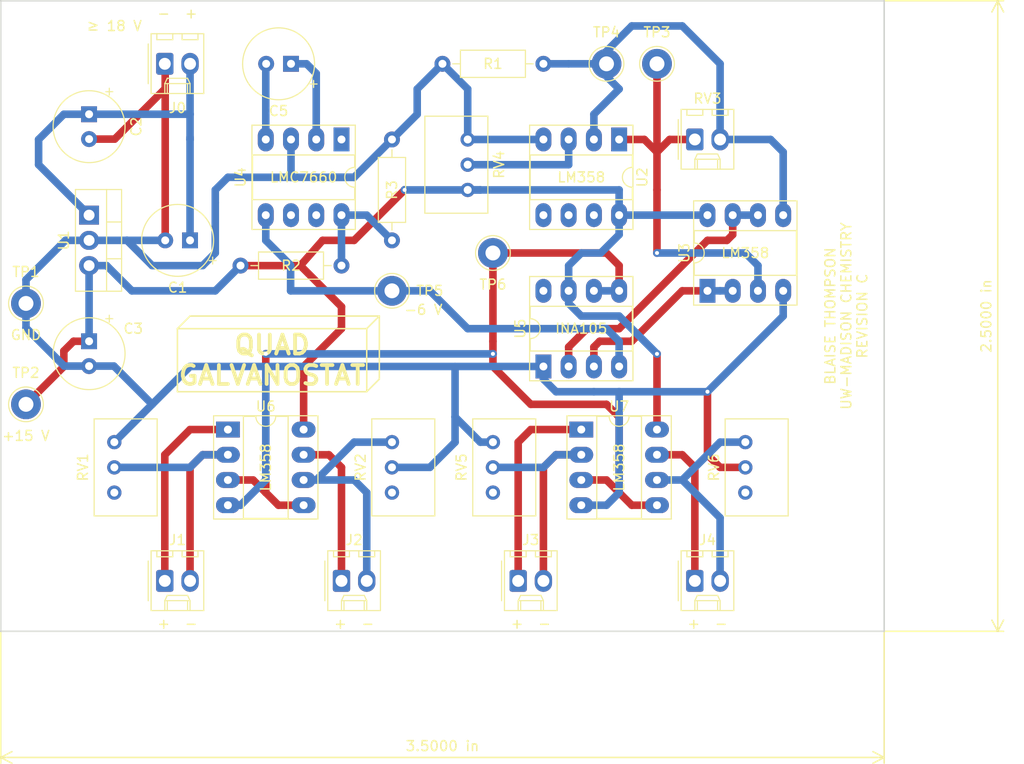
<source format=kicad_pcb>
(kicad_pcb (version 20171130) (host pcbnew 5.1.2+dfsg1-1)

  (general
    (thickness 1.6)
    (drawings 32)
    (tracks 228)
    (zones 0)
    (modules 35)
    (nets 28)
  )

  (page USLetter)
  (title_block
    (title Galvanostat)
    (date 2019-06-11)
    (rev C)
  )

  (layers
    (0 F.Cu signal)
    (31 B.Cu signal)
    (32 B.Adhes user)
    (33 F.Adhes user)
    (34 B.Paste user)
    (35 F.Paste user)
    (36 B.SilkS user)
    (37 F.SilkS user)
    (38 B.Mask user)
    (39 F.Mask user)
    (40 Dwgs.User user)
    (41 Cmts.User user)
    (42 Eco1.User user)
    (43 Eco2.User user)
    (44 Edge.Cuts user)
    (45 Margin user)
    (46 B.CrtYd user)
    (47 F.CrtYd user)
    (48 B.Fab user)
    (49 F.Fab user hide)
  )

  (setup
    (last_trace_width 0.762)
    (trace_clearance 0.2)
    (zone_clearance 0.508)
    (zone_45_only no)
    (trace_min 0.2)
    (via_size 0.8)
    (via_drill 0.4)
    (via_min_size 0.4)
    (via_min_drill 0.3)
    (uvia_size 0.3)
    (uvia_drill 0.1)
    (uvias_allowed no)
    (uvia_min_size 0.2)
    (uvia_min_drill 0.1)
    (edge_width 0.15)
    (segment_width 0.2)
    (pcb_text_width 0.3)
    (pcb_text_size 1.5 1.5)
    (mod_edge_width 0.15)
    (mod_text_size 1 1)
    (mod_text_width 0.15)
    (pad_size 1.524 1.524)
    (pad_drill 0.762)
    (pad_to_mask_clearance 0.051)
    (solder_mask_min_width 0.25)
    (aux_axis_origin 0 0)
    (grid_origin 119.38 69.85)
    (visible_elements FFFDFF7F)
    (pcbplotparams
      (layerselection 0x010e0_ffffffff)
      (usegerberextensions false)
      (usegerberattributes false)
      (usegerberadvancedattributes false)
      (creategerberjobfile false)
      (excludeedgelayer true)
      (linewidth 0.100000)
      (plotframeref false)
      (viasonmask false)
      (mode 1)
      (useauxorigin false)
      (hpglpennumber 1)
      (hpglpenspeed 20)
      (hpglpendiameter 15.000000)
      (psnegative false)
      (psa4output false)
      (plotreference true)
      (plotvalue false)
      (plotinvisibletext false)
      (padsonsilk true)
      (subtractmaskfromsilk false)
      (outputformat 1)
      (mirror false)
      (drillshape 0)
      (scaleselection 1)
      (outputdirectory "gerber"))
  )

  (net 0 "")
  (net 1 +15V)
  (net 2 GND)
  (net 3 "Net-(J2-Pad1)")
  (net 4 "Net-(J2-Pad2)")
  (net 5 "Net-(C1-Pad1)")
  (net 6 "Net-(C5-Pad1)")
  (net 7 "Net-(C5-Pad2)")
  (net 8 "Net-(J1-Pad2)")
  (net 9 "Net-(J1-Pad1)")
  (net 10 "Net-(R1-Pad2)")
  (net 11 "Net-(RV3-Pad1)")
  (net 12 "Net-(RV4-Pad2)")
  (net 13 "Net-(U2-Pad5)")
  (net 14 "Net-(U2-Pad6)")
  (net 15 "Net-(U2-Pad7)")
  (net 16 "Net-(U3-Pad6)")
  (net 17 "Net-(U3-Pad1)")
  (net 18 "Net-(U4-Pad7)")
  (net 19 "Net-(U4-Pad6)")
  (net 20 "Net-(U4-Pad1)")
  (net 21 -6V)
  (net 22 "Net-(TP6-Pad1)")
  (net 23 "Net-(R2-Pad1)")
  (net 24 "Net-(J3-Pad2)")
  (net 25 "Net-(J3-Pad1)")
  (net 26 "Net-(J4-Pad2)")
  (net 27 "Net-(J4-Pad1)")

  (net_class Default "This is the default net class."
    (clearance 0.2)
    (trace_width 0.762)
    (via_dia 0.8)
    (via_drill 0.4)
    (uvia_dia 0.3)
    (uvia_drill 0.1)
    (add_net +15V)
    (add_net -6V)
    (add_net GND)
    (add_net "Net-(C1-Pad1)")
    (add_net "Net-(C5-Pad1)")
    (add_net "Net-(C5-Pad2)")
    (add_net "Net-(J1-Pad1)")
    (add_net "Net-(J1-Pad2)")
    (add_net "Net-(J2-Pad1)")
    (add_net "Net-(J2-Pad2)")
    (add_net "Net-(J3-Pad1)")
    (add_net "Net-(J3-Pad2)")
    (add_net "Net-(J4-Pad1)")
    (add_net "Net-(J4-Pad2)")
    (add_net "Net-(R1-Pad2)")
    (add_net "Net-(R2-Pad1)")
    (add_net "Net-(RV3-Pad1)")
    (add_net "Net-(RV4-Pad2)")
    (add_net "Net-(TP6-Pad1)")
    (add_net "Net-(U2-Pad5)")
    (add_net "Net-(U2-Pad6)")
    (add_net "Net-(U2-Pad7)")
    (add_net "Net-(U3-Pad1)")
    (add_net "Net-(U3-Pad6)")
    (add_net "Net-(U4-Pad1)")
    (add_net "Net-(U4-Pad6)")
    (add_net "Net-(U4-Pad7)")
  )

  (module Connector_Molex:Molex_KK-254_AE-6410-02A_1x02_P2.54mm_Vertical locked (layer F.Cu) (tedit 5B78013E) (tstamp 5D002EEE)
    (at 121.92 102.87)
    (descr "Molex KK-254 Interconnect System, old/engineering part number: AE-6410-02A example for new part number: 22-27-2021, 2 Pins (http://www.molex.com/pdm_docs/sd/022272021_sd.pdf), generated with kicad-footprint-generator")
    (tags "connector Molex KK-254 side entry")
    (path /5D00B8A6)
    (fp_text reference J3 (at 1.27 -4.12) (layer F.SilkS)
      (effects (font (size 1 1) (thickness 0.15)))
    )
    (fp_text value Conn_01x02 (at 1.27 4.08) (layer F.Fab)
      (effects (font (size 1 1) (thickness 0.15)))
    )
    (fp_text user %R (at 1.27 -2.22) (layer F.Fab)
      (effects (font (size 1 1) (thickness 0.15)))
    )
    (fp_line (start 4.31 -3.42) (end -1.77 -3.42) (layer F.CrtYd) (width 0.05))
    (fp_line (start 4.31 3.38) (end 4.31 -3.42) (layer F.CrtYd) (width 0.05))
    (fp_line (start -1.77 3.38) (end 4.31 3.38) (layer F.CrtYd) (width 0.05))
    (fp_line (start -1.77 -3.42) (end -1.77 3.38) (layer F.CrtYd) (width 0.05))
    (fp_line (start 3.34 -2.43) (end 3.34 -3.03) (layer F.SilkS) (width 0.12))
    (fp_line (start 1.74 -2.43) (end 3.34 -2.43) (layer F.SilkS) (width 0.12))
    (fp_line (start 1.74 -3.03) (end 1.74 -2.43) (layer F.SilkS) (width 0.12))
    (fp_line (start 0.8 -2.43) (end 0.8 -3.03) (layer F.SilkS) (width 0.12))
    (fp_line (start -0.8 -2.43) (end 0.8 -2.43) (layer F.SilkS) (width 0.12))
    (fp_line (start -0.8 -3.03) (end -0.8 -2.43) (layer F.SilkS) (width 0.12))
    (fp_line (start 2.29 2.99) (end 2.29 1.99) (layer F.SilkS) (width 0.12))
    (fp_line (start 0.25 2.99) (end 0.25 1.99) (layer F.SilkS) (width 0.12))
    (fp_line (start 2.29 1.46) (end 2.54 1.99) (layer F.SilkS) (width 0.12))
    (fp_line (start 0.25 1.46) (end 2.29 1.46) (layer F.SilkS) (width 0.12))
    (fp_line (start 0 1.99) (end 0.25 1.46) (layer F.SilkS) (width 0.12))
    (fp_line (start 2.54 1.99) (end 2.54 2.99) (layer F.SilkS) (width 0.12))
    (fp_line (start 0 1.99) (end 2.54 1.99) (layer F.SilkS) (width 0.12))
    (fp_line (start 0 2.99) (end 0 1.99) (layer F.SilkS) (width 0.12))
    (fp_line (start -0.562893 0) (end -1.27 0.5) (layer F.Fab) (width 0.1))
    (fp_line (start -1.27 -0.5) (end -0.562893 0) (layer F.Fab) (width 0.1))
    (fp_line (start -1.67 -2) (end -1.67 2) (layer F.SilkS) (width 0.12))
    (fp_line (start 3.92 -3.03) (end -1.38 -3.03) (layer F.SilkS) (width 0.12))
    (fp_line (start 3.92 2.99) (end 3.92 -3.03) (layer F.SilkS) (width 0.12))
    (fp_line (start -1.38 2.99) (end 3.92 2.99) (layer F.SilkS) (width 0.12))
    (fp_line (start -1.38 -3.03) (end -1.38 2.99) (layer F.SilkS) (width 0.12))
    (fp_line (start 3.81 -2.92) (end -1.27 -2.92) (layer F.Fab) (width 0.1))
    (fp_line (start 3.81 2.88) (end 3.81 -2.92) (layer F.Fab) (width 0.1))
    (fp_line (start -1.27 2.88) (end 3.81 2.88) (layer F.Fab) (width 0.1))
    (fp_line (start -1.27 -2.92) (end -1.27 2.88) (layer F.Fab) (width 0.1))
    (pad 2 thru_hole oval (at 2.54 0) (size 1.74 2.2) (drill 1.2) (layers *.Cu *.Mask)
      (net 24 "Net-(J3-Pad2)"))
    (pad 1 thru_hole roundrect (at 0 0) (size 1.74 2.2) (drill 1.2) (layers *.Cu *.Mask) (roundrect_rratio 0.143678)
      (net 25 "Net-(J3-Pad1)"))
    (model ${KISYS3DMOD}/Connector_Molex.3dshapes/Molex_KK-254_AE-6410-02A_1x02_P2.54mm_Vertical.wrl
      (at (xyz 0 0 0))
      (scale (xyz 1 1 1))
      (rotate (xyz 0 0 0))
    )
  )

  (module Package_DIP:DIP-8_W7.62mm_Socket_LongPads (layer F.Cu) (tedit 5A02E8C5) (tstamp 5D003296)
    (at 128.27 87.63)
    (descr "8-lead though-hole mounted DIP package, row spacing 7.62 mm (300 mils), Socket, LongPads")
    (tags "THT DIP DIL PDIP 2.54mm 7.62mm 300mil Socket LongPads")
    (path /5D00B8BE)
    (fp_text reference U7 (at 3.81 -2.33) (layer F.SilkS)
      (effects (font (size 1 1) (thickness 0.15)))
    )
    (fp_text value LM358 (at 3.81 9.95) (layer F.Fab)
      (effects (font (size 1 1) (thickness 0.15)))
    )
    (fp_text user %R (at 3.81 3.81) (layer F.Fab)
      (effects (font (size 1 1) (thickness 0.15)))
    )
    (fp_line (start 9.15 -1.6) (end -1.55 -1.6) (layer F.CrtYd) (width 0.05))
    (fp_line (start 9.15 9.2) (end 9.15 -1.6) (layer F.CrtYd) (width 0.05))
    (fp_line (start -1.55 9.2) (end 9.15 9.2) (layer F.CrtYd) (width 0.05))
    (fp_line (start -1.55 -1.6) (end -1.55 9.2) (layer F.CrtYd) (width 0.05))
    (fp_line (start 9.06 -1.39) (end -1.44 -1.39) (layer F.SilkS) (width 0.12))
    (fp_line (start 9.06 9.01) (end 9.06 -1.39) (layer F.SilkS) (width 0.12))
    (fp_line (start -1.44 9.01) (end 9.06 9.01) (layer F.SilkS) (width 0.12))
    (fp_line (start -1.44 -1.39) (end -1.44 9.01) (layer F.SilkS) (width 0.12))
    (fp_line (start 6.06 -1.33) (end 4.81 -1.33) (layer F.SilkS) (width 0.12))
    (fp_line (start 6.06 8.95) (end 6.06 -1.33) (layer F.SilkS) (width 0.12))
    (fp_line (start 1.56 8.95) (end 6.06 8.95) (layer F.SilkS) (width 0.12))
    (fp_line (start 1.56 -1.33) (end 1.56 8.95) (layer F.SilkS) (width 0.12))
    (fp_line (start 2.81 -1.33) (end 1.56 -1.33) (layer F.SilkS) (width 0.12))
    (fp_line (start 8.89 -1.33) (end -1.27 -1.33) (layer F.Fab) (width 0.1))
    (fp_line (start 8.89 8.95) (end 8.89 -1.33) (layer F.Fab) (width 0.1))
    (fp_line (start -1.27 8.95) (end 8.89 8.95) (layer F.Fab) (width 0.1))
    (fp_line (start -1.27 -1.33) (end -1.27 8.95) (layer F.Fab) (width 0.1))
    (fp_line (start 0.635 -0.27) (end 1.635 -1.27) (layer F.Fab) (width 0.1))
    (fp_line (start 0.635 8.89) (end 0.635 -0.27) (layer F.Fab) (width 0.1))
    (fp_line (start 6.985 8.89) (end 0.635 8.89) (layer F.Fab) (width 0.1))
    (fp_line (start 6.985 -1.27) (end 6.985 8.89) (layer F.Fab) (width 0.1))
    (fp_line (start 1.635 -1.27) (end 6.985 -1.27) (layer F.Fab) (width 0.1))
    (fp_arc (start 3.81 -1.33) (end 2.81 -1.33) (angle -180) (layer F.SilkS) (width 0.12))
    (pad 8 thru_hole oval (at 7.62 0) (size 2.4 1.6) (drill 0.8) (layers *.Cu *.Mask)
      (net 1 +15V))
    (pad 4 thru_hole oval (at 0 7.62) (size 2.4 1.6) (drill 0.8) (layers *.Cu *.Mask)
      (net 2 GND))
    (pad 7 thru_hole oval (at 7.62 2.54) (size 2.4 1.6) (drill 0.8) (layers *.Cu *.Mask)
      (net 27 "Net-(J4-Pad1)"))
    (pad 3 thru_hole oval (at 0 5.08) (size 2.4 1.6) (drill 0.8) (layers *.Cu *.Mask)
      (net 22 "Net-(TP6-Pad1)"))
    (pad 6 thru_hole oval (at 7.62 5.08) (size 2.4 1.6) (drill 0.8) (layers *.Cu *.Mask)
      (net 26 "Net-(J4-Pad2)"))
    (pad 2 thru_hole oval (at 0 2.54) (size 2.4 1.6) (drill 0.8) (layers *.Cu *.Mask)
      (net 24 "Net-(J3-Pad2)"))
    (pad 5 thru_hole oval (at 7.62 7.62) (size 2.4 1.6) (drill 0.8) (layers *.Cu *.Mask)
      (net 22 "Net-(TP6-Pad1)"))
    (pad 1 thru_hole rect (at 0 0) (size 2.4 1.6) (drill 0.8) (layers *.Cu *.Mask)
      (net 25 "Net-(J3-Pad1)"))
    (model ${KISYS3DMOD}/Package_DIP.3dshapes/DIP-8_W7.62mm_Socket.wrl
      (at (xyz 0 0 0))
      (scale (xyz 1 1 1))
      (rotate (xyz 0 0 0))
    )
  )

  (module MountingHole:MountingHole_3.2mm_M3 (layer F.Cu) (tedit 56D1B4CB) (tstamp 5D003A15)
    (at 154.94 104.14)
    (descr "Mounting Hole 3.2mm, no annular, M3")
    (tags "mounting hole 3.2mm no annular m3")
    (attr virtual)
    (fp_text reference REF** (at 0 -4.2) (layer F.SilkS) hide
      (effects (font (size 1 1) (thickness 0.15)))
    )
    (fp_text value MountingHole_3.2mm_M3 (at 0 4.2) (layer F.Fab)
      (effects (font (size 1 1) (thickness 0.15)))
    )
    (fp_text user %R (at 0.3 0) (layer F.Fab)
      (effects (font (size 1 1) (thickness 0.15)))
    )
    (fp_circle (center 0 0) (end 3.2 0) (layer Cmts.User) (width 0.15))
    (fp_circle (center 0 0) (end 3.45 0) (layer F.CrtYd) (width 0.05))
    (pad 1 np_thru_hole circle (at 0 0) (size 3.2 3.2) (drill 3.2) (layers *.Cu *.Mask))
  )

  (module MountingHole:MountingHole_3.2mm_M3 (layer F.Cu) (tedit 56D1B4CB) (tstamp 5D0039E8)
    (at 73.66 104.14)
    (descr "Mounting Hole 3.2mm, no annular, M3")
    (tags "mounting hole 3.2mm no annular m3")
    (attr virtual)
    (fp_text reference REF** (at 0 -4.2) (layer F.SilkS) hide
      (effects (font (size 1 1) (thickness 0.15)))
    )
    (fp_text value MountingHole_3.2mm_M3 (at 0 4.2) (layer F.Fab)
      (effects (font (size 1 1) (thickness 0.15)))
    )
    (fp_text user %R (at 0.3 0) (layer F.Fab)
      (effects (font (size 1 1) (thickness 0.15)))
    )
    (fp_circle (center 0 0) (end 3.2 0) (layer Cmts.User) (width 0.15))
    (fp_circle (center 0 0) (end 3.45 0) (layer F.CrtYd) (width 0.05))
    (pad 1 np_thru_hole circle (at 0 0) (size 3.2 3.2) (drill 3.2) (layers *.Cu *.Mask))
  )

  (module MountingHole:MountingHole_3.2mm_M3 (layer F.Cu) (tedit 56D1B4CB) (tstamp 5D003A57)
    (at 73.66 48.26)
    (descr "Mounting Hole 3.2mm, no annular, M3")
    (tags "mounting hole 3.2mm no annular m3")
    (attr virtual)
    (fp_text reference REF** (at 0 -4.2) (layer F.SilkS) hide
      (effects (font (size 1 1) (thickness 0.15)))
    )
    (fp_text value MountingHole_3.2mm_M3 (at 0 4.2) (layer F.Fab)
      (effects (font (size 1 1) (thickness 0.15)))
    )
    (fp_text user %R (at 0.3 0) (layer F.Fab)
      (effects (font (size 1 1) (thickness 0.15)))
    )
    (fp_circle (center 0 0) (end 3.2 0) (layer Cmts.User) (width 0.15))
    (fp_circle (center 0 0) (end 3.45 0) (layer F.CrtYd) (width 0.05))
    (pad 1 np_thru_hole circle (at 0 0) (size 3.2 3.2) (drill 3.2) (layers *.Cu *.Mask))
  )

  (module MountingHole:MountingHole_3.2mm_M3 (layer F.Cu) (tedit 56D1B4CB) (tstamp 5D001F5A)
    (at 154.94 48.26)
    (descr "Mounting Hole 3.2mm, no annular, M3")
    (tags "mounting hole 3.2mm no annular m3")
    (attr virtual)
    (fp_text reference REF** (at 0 -4.2) (layer F.SilkS) hide
      (effects (font (size 1 1) (thickness 0.15)))
    )
    (fp_text value MountingHole_3.2mm_M3 (at 0 4.2) (layer F.Fab)
      (effects (font (size 1 1) (thickness 0.15)))
    )
    (fp_text user %R (at 0.3 0) (layer F.Fab)
      (effects (font (size 1 1) (thickness 0.15)))
    )
    (fp_circle (center 0 0) (end 3.2 0) (layer Cmts.User) (width 0.15))
    (fp_circle (center 0 0) (end 3.45 0) (layer F.CrtYd) (width 0.05))
    (pad 1 np_thru_hole circle (at 0 0) (size 3.2 3.2) (drill 3.2) (layers *.Cu *.Mask))
  )

  (module Potentiometer_THT:Potentiometer_Bourns_3299W_Vertical (layer F.Cu) (tedit 5A3D4994) (tstamp 5D003F6A)
    (at 144.78 88.9 90)
    (descr "Potentiometer, vertical, Bourns 3299W, https://www.bourns.com/pdfs/3299.pdf")
    (tags "Potentiometer vertical Bourns 3299W")
    (path /5D00B8DC)
    (fp_text reference RV6 (at -2.54 -3.16 90) (layer F.SilkS)
      (effects (font (size 1 1) (thickness 0.15)))
    )
    (fp_text value 2kΩ (at -2.54 5.44 90) (layer F.Fab)
      (effects (font (size 1 1) (thickness 0.15)))
    )
    (fp_text user %R (at -3.175 1.14 90) (layer F.Fab)
      (effects (font (size 1 1) (thickness 0.15)))
    )
    (fp_line (start 2.5 -2.2) (end -7.6 -2.2) (layer F.CrtYd) (width 0.05))
    (fp_line (start 2.5 4.45) (end 2.5 -2.2) (layer F.CrtYd) (width 0.05))
    (fp_line (start -7.6 4.45) (end 2.5 4.45) (layer F.CrtYd) (width 0.05))
    (fp_line (start -7.6 -2.2) (end -7.6 4.45) (layer F.CrtYd) (width 0.05))
    (fp_line (start 2.345 -2.03) (end 2.345 4.31) (layer F.SilkS) (width 0.12))
    (fp_line (start -7.425 -2.03) (end -7.425 4.31) (layer F.SilkS) (width 0.12))
    (fp_line (start -7.425 4.31) (end 2.345 4.31) (layer F.SilkS) (width 0.12))
    (fp_line (start -7.425 -2.03) (end 2.345 -2.03) (layer F.SilkS) (width 0.12))
    (fp_line (start 0.955 4.005) (end 0.956 1.836) (layer F.Fab) (width 0.1))
    (fp_line (start 0.955 4.005) (end 0.956 1.836) (layer F.Fab) (width 0.1))
    (fp_line (start 2.225 -1.91) (end -7.305 -1.91) (layer F.Fab) (width 0.1))
    (fp_line (start 2.225 4.19) (end 2.225 -1.91) (layer F.Fab) (width 0.1))
    (fp_line (start -7.305 4.19) (end 2.225 4.19) (layer F.Fab) (width 0.1))
    (fp_line (start -7.305 -1.91) (end -7.305 4.19) (layer F.Fab) (width 0.1))
    (fp_circle (center 0.955 2.92) (end 2.05 2.92) (layer F.Fab) (width 0.1))
    (pad 3 thru_hole circle (at -5.08 0 90) (size 1.44 1.44) (drill 0.8) (layers *.Cu *.Mask))
    (pad 2 thru_hole circle (at -2.54 0 90) (size 1.44 1.44) (drill 0.8) (layers *.Cu *.Mask)
      (net 2 GND))
    (pad 1 thru_hole circle (at 0 0 90) (size 1.44 1.44) (drill 0.8) (layers *.Cu *.Mask)
      (net 26 "Net-(J4-Pad2)"))
    (model ${KISYS3DMOD}/Potentiometer_THT.3dshapes/Potentiometer_Bourns_3299W_Vertical.wrl
      (at (xyz 0 0 0))
      (scale (xyz 1 1 1))
      (rotate (xyz 0 0 0))
    )
  )

  (module Potentiometer_THT:Potentiometer_Bourns_3299W_Vertical (layer F.Cu) (tedit 5A3D4994) (tstamp 5D003C18)
    (at 119.38 88.9 90)
    (descr "Potentiometer, vertical, Bourns 3299W, https://www.bourns.com/pdfs/3299.pdf")
    (tags "Potentiometer vertical Bourns 3299W")
    (path /5D00B8E3)
    (fp_text reference RV5 (at -2.54 -3.16 90) (layer F.SilkS)
      (effects (font (size 1 1) (thickness 0.15)))
    )
    (fp_text value 2kΩ (at -2.54 5.44 90) (layer F.Fab)
      (effects (font (size 1 1) (thickness 0.15)))
    )
    (fp_text user %R (at -3.175 1.14 90) (layer F.Fab)
      (effects (font (size 1 1) (thickness 0.15)))
    )
    (fp_line (start 2.5 -2.2) (end -7.6 -2.2) (layer F.CrtYd) (width 0.05))
    (fp_line (start 2.5 4.45) (end 2.5 -2.2) (layer F.CrtYd) (width 0.05))
    (fp_line (start -7.6 4.45) (end 2.5 4.45) (layer F.CrtYd) (width 0.05))
    (fp_line (start -7.6 -2.2) (end -7.6 4.45) (layer F.CrtYd) (width 0.05))
    (fp_line (start 2.345 -2.03) (end 2.345 4.31) (layer F.SilkS) (width 0.12))
    (fp_line (start -7.425 -2.03) (end -7.425 4.31) (layer F.SilkS) (width 0.12))
    (fp_line (start -7.425 4.31) (end 2.345 4.31) (layer F.SilkS) (width 0.12))
    (fp_line (start -7.425 -2.03) (end 2.345 -2.03) (layer F.SilkS) (width 0.12))
    (fp_line (start 0.955 4.005) (end 0.956 1.836) (layer F.Fab) (width 0.1))
    (fp_line (start 0.955 4.005) (end 0.956 1.836) (layer F.Fab) (width 0.1))
    (fp_line (start 2.225 -1.91) (end -7.305 -1.91) (layer F.Fab) (width 0.1))
    (fp_line (start 2.225 4.19) (end 2.225 -1.91) (layer F.Fab) (width 0.1))
    (fp_line (start -7.305 4.19) (end 2.225 4.19) (layer F.Fab) (width 0.1))
    (fp_line (start -7.305 -1.91) (end -7.305 4.19) (layer F.Fab) (width 0.1))
    (fp_circle (center 0.955 2.92) (end 2.05 2.92) (layer F.Fab) (width 0.1))
    (pad 3 thru_hole circle (at -5.08 0 90) (size 1.44 1.44) (drill 0.8) (layers *.Cu *.Mask))
    (pad 2 thru_hole circle (at -2.54 0 90) (size 1.44 1.44) (drill 0.8) (layers *.Cu *.Mask)
      (net 24 "Net-(J3-Pad2)"))
    (pad 1 thru_hole circle (at 0 0 90) (size 1.44 1.44) (drill 0.8) (layers *.Cu *.Mask)
      (net 2 GND))
    (model ${KISYS3DMOD}/Potentiometer_THT.3dshapes/Potentiometer_Bourns_3299W_Vertical.wrl
      (at (xyz 0 0 0))
      (scale (xyz 1 1 1))
      (rotate (xyz 0 0 0))
    )
  )

  (module Connector_Molex:Molex_KK-254_AE-6410-02A_1x02_P2.54mm_Vertical locked (layer F.Cu) (tedit 5B78013E) (tstamp 5D003DF3)
    (at 139.7 102.87)
    (descr "Molex KK-254 Interconnect System, old/engineering part number: AE-6410-02A example for new part number: 22-27-2021, 2 Pins (http://www.molex.com/pdm_docs/sd/022272021_sd.pdf), generated with kicad-footprint-generator")
    (tags "connector Molex KK-254 side entry")
    (path /5D00B8B8)
    (fp_text reference J4 (at 1.27 -4.12) (layer F.SilkS)
      (effects (font (size 1 1) (thickness 0.15)))
    )
    (fp_text value Conn_01x02 (at 1.27 4.08) (layer F.Fab)
      (effects (font (size 1 1) (thickness 0.15)))
    )
    (fp_text user %R (at 1.27 -2.22) (layer F.Fab)
      (effects (font (size 1 1) (thickness 0.15)))
    )
    (fp_line (start 4.31 -3.42) (end -1.77 -3.42) (layer F.CrtYd) (width 0.05))
    (fp_line (start 4.31 3.38) (end 4.31 -3.42) (layer F.CrtYd) (width 0.05))
    (fp_line (start -1.77 3.38) (end 4.31 3.38) (layer F.CrtYd) (width 0.05))
    (fp_line (start -1.77 -3.42) (end -1.77 3.38) (layer F.CrtYd) (width 0.05))
    (fp_line (start 3.34 -2.43) (end 3.34 -3.03) (layer F.SilkS) (width 0.12))
    (fp_line (start 1.74 -2.43) (end 3.34 -2.43) (layer F.SilkS) (width 0.12))
    (fp_line (start 1.74 -3.03) (end 1.74 -2.43) (layer F.SilkS) (width 0.12))
    (fp_line (start 0.8 -2.43) (end 0.8 -3.03) (layer F.SilkS) (width 0.12))
    (fp_line (start -0.8 -2.43) (end 0.8 -2.43) (layer F.SilkS) (width 0.12))
    (fp_line (start -0.8 -3.03) (end -0.8 -2.43) (layer F.SilkS) (width 0.12))
    (fp_line (start 2.29 2.99) (end 2.29 1.99) (layer F.SilkS) (width 0.12))
    (fp_line (start 0.25 2.99) (end 0.25 1.99) (layer F.SilkS) (width 0.12))
    (fp_line (start 2.29 1.46) (end 2.54 1.99) (layer F.SilkS) (width 0.12))
    (fp_line (start 0.25 1.46) (end 2.29 1.46) (layer F.SilkS) (width 0.12))
    (fp_line (start 0 1.99) (end 0.25 1.46) (layer F.SilkS) (width 0.12))
    (fp_line (start 2.54 1.99) (end 2.54 2.99) (layer F.SilkS) (width 0.12))
    (fp_line (start 0 1.99) (end 2.54 1.99) (layer F.SilkS) (width 0.12))
    (fp_line (start 0 2.99) (end 0 1.99) (layer F.SilkS) (width 0.12))
    (fp_line (start -0.562893 0) (end -1.27 0.5) (layer F.Fab) (width 0.1))
    (fp_line (start -1.27 -0.5) (end -0.562893 0) (layer F.Fab) (width 0.1))
    (fp_line (start -1.67 -2) (end -1.67 2) (layer F.SilkS) (width 0.12))
    (fp_line (start 3.92 -3.03) (end -1.38 -3.03) (layer F.SilkS) (width 0.12))
    (fp_line (start 3.92 2.99) (end 3.92 -3.03) (layer F.SilkS) (width 0.12))
    (fp_line (start -1.38 2.99) (end 3.92 2.99) (layer F.SilkS) (width 0.12))
    (fp_line (start -1.38 -3.03) (end -1.38 2.99) (layer F.SilkS) (width 0.12))
    (fp_line (start 3.81 -2.92) (end -1.27 -2.92) (layer F.Fab) (width 0.1))
    (fp_line (start 3.81 2.88) (end 3.81 -2.92) (layer F.Fab) (width 0.1))
    (fp_line (start -1.27 2.88) (end 3.81 2.88) (layer F.Fab) (width 0.1))
    (fp_line (start -1.27 -2.92) (end -1.27 2.88) (layer F.Fab) (width 0.1))
    (pad 2 thru_hole oval (at 2.54 0) (size 1.74 2.2) (drill 1.2) (layers *.Cu *.Mask)
      (net 26 "Net-(J4-Pad2)"))
    (pad 1 thru_hole roundrect (at 0 0) (size 1.74 2.2) (drill 1.2) (layers *.Cu *.Mask) (roundrect_rratio 0.143678)
      (net 27 "Net-(J4-Pad1)"))
    (model ${KISYS3DMOD}/Connector_Molex.3dshapes/Molex_KK-254_AE-6410-02A_1x02_P2.54mm_Vertical.wrl
      (at (xyz 0 0 0))
      (scale (xyz 1 1 1))
      (rotate (xyz 0 0 0))
    )
  )

  (module Package_DIP:DIP-8_W7.62mm_Socket_LongPads (layer F.Cu) (tedit 5A02E8C5) (tstamp 5BEA2526)
    (at 104.14 58.42 270)
    (descr "8-lead though-hole mounted DIP package, row spacing 7.62 mm (300 mils), Socket, LongPads")
    (tags "THT DIP DIL PDIP 2.54mm 7.62mm 300mil Socket LongPads")
    (path /5BE926D8)
    (fp_text reference U4 (at 3.81 10.16 270) (layer F.SilkS)
      (effects (font (size 1 1) (thickness 0.15)))
    )
    (fp_text value LMC7660 (at 3.81 9.95 270) (layer F.Fab)
      (effects (font (size 1 1) (thickness 0.15)))
    )
    (fp_text user %R (at 3.81 3.81 90) (layer F.Fab)
      (effects (font (size 1 1) (thickness 0.15)))
    )
    (fp_line (start 9.15 -1.6) (end -1.55 -1.6) (layer F.CrtYd) (width 0.05))
    (fp_line (start 9.15 9.2) (end 9.15 -1.6) (layer F.CrtYd) (width 0.05))
    (fp_line (start -1.55 9.2) (end 9.15 9.2) (layer F.CrtYd) (width 0.05))
    (fp_line (start -1.55 -1.6) (end -1.55 9.2) (layer F.CrtYd) (width 0.05))
    (fp_line (start 9.06 -1.39) (end -1.44 -1.39) (layer F.SilkS) (width 0.12))
    (fp_line (start 9.06 9.01) (end 9.06 -1.39) (layer F.SilkS) (width 0.12))
    (fp_line (start -1.44 9.01) (end 9.06 9.01) (layer F.SilkS) (width 0.12))
    (fp_line (start -1.44 -1.39) (end -1.44 9.01) (layer F.SilkS) (width 0.12))
    (fp_line (start 6.06 -1.33) (end 4.81 -1.33) (layer F.SilkS) (width 0.12))
    (fp_line (start 6.06 8.95) (end 6.06 -1.33) (layer F.SilkS) (width 0.12))
    (fp_line (start 1.56 8.95) (end 6.06 8.95) (layer F.SilkS) (width 0.12))
    (fp_line (start 1.56 -1.33) (end 1.56 8.95) (layer F.SilkS) (width 0.12))
    (fp_line (start 2.81 -1.33) (end 1.56 -1.33) (layer F.SilkS) (width 0.12))
    (fp_line (start 8.89 -1.33) (end -1.27 -1.33) (layer F.Fab) (width 0.1))
    (fp_line (start 8.89 8.95) (end 8.89 -1.33) (layer F.Fab) (width 0.1))
    (fp_line (start -1.27 8.95) (end 8.89 8.95) (layer F.Fab) (width 0.1))
    (fp_line (start -1.27 -1.33) (end -1.27 8.95) (layer F.Fab) (width 0.1))
    (fp_line (start 0.635 -0.27) (end 1.635 -1.27) (layer F.Fab) (width 0.1))
    (fp_line (start 0.635 8.89) (end 0.635 -0.27) (layer F.Fab) (width 0.1))
    (fp_line (start 6.985 8.89) (end 0.635 8.89) (layer F.Fab) (width 0.1))
    (fp_line (start 6.985 -1.27) (end 6.985 8.89) (layer F.Fab) (width 0.1))
    (fp_line (start 1.635 -1.27) (end 6.985 -1.27) (layer F.Fab) (width 0.1))
    (fp_arc (start 3.81 -1.33) (end 2.81 -1.33) (angle -180) (layer F.SilkS) (width 0.12))
    (pad 8 thru_hole oval (at 7.62 0 270) (size 2.4 1.6) (drill 0.8) (layers *.Cu *.Mask)
      (net 23 "Net-(R2-Pad1)"))
    (pad 4 thru_hole oval (at 0 7.62 270) (size 2.4 1.6) (drill 0.8) (layers *.Cu *.Mask)
      (net 7 "Net-(C5-Pad2)"))
    (pad 7 thru_hole oval (at 7.62 2.54 270) (size 2.4 1.6) (drill 0.8) (layers *.Cu *.Mask)
      (net 18 "Net-(U4-Pad7)"))
    (pad 3 thru_hole oval (at 0 5.08 270) (size 2.4 1.6) (drill 0.8) (layers *.Cu *.Mask)
      (net 2 GND))
    (pad 6 thru_hole oval (at 7.62 5.08 270) (size 2.4 1.6) (drill 0.8) (layers *.Cu *.Mask)
      (net 19 "Net-(U4-Pad6)"))
    (pad 2 thru_hole oval (at 0 2.54 270) (size 2.4 1.6) (drill 0.8) (layers *.Cu *.Mask)
      (net 6 "Net-(C5-Pad1)"))
    (pad 5 thru_hole oval (at 7.62 7.62 270) (size 2.4 1.6) (drill 0.8) (layers *.Cu *.Mask)
      (net 21 -6V))
    (pad 1 thru_hole rect (at 0 0 270) (size 2.4 1.6) (drill 0.8) (layers *.Cu *.Mask)
      (net 20 "Net-(U4-Pad1)"))
    (model ${KISYS3DMOD}/Package_DIP.3dshapes/DIP-8_W7.62mm_Socket.wrl
      (at (xyz 0 0 0))
      (scale (xyz 1 1 1))
      (rotate (xyz 0 0 0))
    )
  )

  (module Capacitor_THT:CP_Radial_Tantal_D7.0mm_P2.50mm (layer F.Cu) (tedit 5AE50EF0) (tstamp 5BE9CD39)
    (at 78.74 55.88 270)
    (descr "CP, Radial_Tantal series, Radial, pin pitch=2.50mm, , diameter=7.0mm, Tantal Electrolytic Capacitor, http://cdn-reichelt.de/documents/datenblatt/B300/TANTAL-TB-Serie%23.pdf")
    (tags "CP Radial_Tantal series Radial pin pitch 2.50mm  diameter 7.0mm Tantal Electrolytic Capacitor")
    (path /5BE494E1)
    (fp_text reference C2 (at 1.25 -4.75 270) (layer F.SilkS)
      (effects (font (size 1 1) (thickness 0.15)))
    )
    (fp_text value 330nF (at 1.25 4.75 270) (layer F.Fab)
      (effects (font (size 1 1) (thickness 0.15)))
    )
    (fp_circle (center 1.25 0) (end 4.75 0) (layer F.Fab) (width 0.1))
    (fp_circle (center 1.25 0) (end 4.87 0) (layer F.SilkS) (width 0.12))
    (fp_circle (center 1.25 0) (end 5 0) (layer F.CrtYd) (width 0.05))
    (fp_line (start -1.745708 -1.5275) (end -1.045708 -1.5275) (layer F.Fab) (width 0.1))
    (fp_line (start -1.395708 -1.8775) (end -1.395708 -1.1775) (layer F.Fab) (width 0.1))
    (fp_line (start -2.624723 -2.035) (end -1.924723 -2.035) (layer F.SilkS) (width 0.12))
    (fp_line (start -2.274723 -2.385) (end -2.274723 -1.685) (layer F.SilkS) (width 0.12))
    (fp_text user %R (at 1.25 0 270) (layer F.Fab)
      (effects (font (size 1 1) (thickness 0.15)))
    )
    (pad 1 thru_hole rect (at 0 0 270) (size 1.6 1.6) (drill 0.8) (layers *.Cu *.Mask)
      (net 5 "Net-(C1-Pad1)"))
    (pad 2 thru_hole circle (at 2.5 0 270) (size 1.6 1.6) (drill 0.8) (layers *.Cu *.Mask)
      (net 2 GND))
    (model ${KISYS3DMOD}/Capacitor_THT.3dshapes/CP_Radial_Tantal_D7.0mm_P2.50mm.wrl
      (at (xyz 0 0 0))
      (scale (xyz 1 1 1))
      (rotate (xyz 0 0 0))
    )
  )

  (module Capacitor_THT:CP_Radial_Tantal_D7.0mm_P2.50mm (layer F.Cu) (tedit 5AE50EF0) (tstamp 5D0049B8)
    (at 78.74 78.74 270)
    (descr "CP, Radial_Tantal series, Radial, pin pitch=2.50mm, , diameter=7.0mm, Tantal Electrolytic Capacitor, http://cdn-reichelt.de/documents/datenblatt/B300/TANTAL-TB-Serie%23.pdf")
    (tags "CP Radial_Tantal series Radial pin pitch 2.50mm  diameter 7.0mm Tantal Electrolytic Capacitor")
    (path /5BE495CB)
    (fp_text reference C3 (at -1.27 -4.445) (layer F.SilkS)
      (effects (font (size 1 1) (thickness 0.15)))
    )
    (fp_text value 100nF (at 1.25 4.75 270) (layer F.Fab)
      (effects (font (size 1 1) (thickness 0.15)))
    )
    (fp_text user %R (at 1.25 0 270) (layer F.Fab)
      (effects (font (size 1 1) (thickness 0.15)))
    )
    (fp_line (start -2.274723 -2.385) (end -2.274723 -1.685) (layer F.SilkS) (width 0.12))
    (fp_line (start -2.624723 -2.035) (end -1.924723 -2.035) (layer F.SilkS) (width 0.12))
    (fp_line (start -1.395708 -1.8775) (end -1.395708 -1.1775) (layer F.Fab) (width 0.1))
    (fp_line (start -1.745708 -1.5275) (end -1.045708 -1.5275) (layer F.Fab) (width 0.1))
    (fp_circle (center 1.25 0) (end 5 0) (layer F.CrtYd) (width 0.05))
    (fp_circle (center 1.25 0) (end 4.87 0) (layer F.SilkS) (width 0.12))
    (fp_circle (center 1.25 0) (end 4.75 0) (layer F.Fab) (width 0.1))
    (pad 2 thru_hole circle (at 2.5 0 270) (size 1.6 1.6) (drill 0.8) (layers *.Cu *.Mask)
      (net 2 GND))
    (pad 1 thru_hole rect (at 0 0 270) (size 1.6 1.6) (drill 0.8) (layers *.Cu *.Mask)
      (net 1 +15V))
    (model ${KISYS3DMOD}/Capacitor_THT.3dshapes/CP_Radial_Tantal_D7.0mm_P2.50mm.wrl
      (at (xyz 0 0 0))
      (scale (xyz 1 1 1))
      (rotate (xyz 0 0 0))
    )
  )

  (module Potentiometer_THT:Potentiometer_Bourns_3299W_Vertical (layer F.Cu) (tedit 5A3D4994) (tstamp 5D00352A)
    (at 109.22 88.9 90)
    (descr "Potentiometer, vertical, Bourns 3299W, https://www.bourns.com/pdfs/3299.pdf")
    (tags "Potentiometer vertical Bourns 3299W")
    (path /5BE979BD)
    (fp_text reference RV2 (at -2.54 -3.16 90) (layer F.SilkS)
      (effects (font (size 1 1) (thickness 0.15)))
    )
    (fp_text value 2kΩ (at -2.54 5.44 90) (layer F.Fab)
      (effects (font (size 1 1) (thickness 0.15)))
    )
    (fp_text user %R (at -3.175 1.14 90) (layer F.Fab)
      (effects (font (size 1 1) (thickness 0.15)))
    )
    (fp_line (start 2.5 -2.2) (end -7.6 -2.2) (layer F.CrtYd) (width 0.05))
    (fp_line (start 2.5 4.45) (end 2.5 -2.2) (layer F.CrtYd) (width 0.05))
    (fp_line (start -7.6 4.45) (end 2.5 4.45) (layer F.CrtYd) (width 0.05))
    (fp_line (start -7.6 -2.2) (end -7.6 4.45) (layer F.CrtYd) (width 0.05))
    (fp_line (start 2.345 -2.03) (end 2.345 4.31) (layer F.SilkS) (width 0.12))
    (fp_line (start -7.425 -2.03) (end -7.425 4.31) (layer F.SilkS) (width 0.12))
    (fp_line (start -7.425 4.31) (end 2.345 4.31) (layer F.SilkS) (width 0.12))
    (fp_line (start -7.425 -2.03) (end 2.345 -2.03) (layer F.SilkS) (width 0.12))
    (fp_line (start 0.955 4.005) (end 0.956 1.836) (layer F.Fab) (width 0.1))
    (fp_line (start 0.955 4.005) (end 0.956 1.836) (layer F.Fab) (width 0.1))
    (fp_line (start 2.225 -1.91) (end -7.305 -1.91) (layer F.Fab) (width 0.1))
    (fp_line (start 2.225 4.19) (end 2.225 -1.91) (layer F.Fab) (width 0.1))
    (fp_line (start -7.305 4.19) (end 2.225 4.19) (layer F.Fab) (width 0.1))
    (fp_line (start -7.305 -1.91) (end -7.305 4.19) (layer F.Fab) (width 0.1))
    (fp_circle (center 0.955 2.92) (end 2.05 2.92) (layer F.Fab) (width 0.1))
    (pad 3 thru_hole circle (at -5.08 0 90) (size 1.44 1.44) (drill 0.8) (layers *.Cu *.Mask))
    (pad 2 thru_hole circle (at -2.54 0 90) (size 1.44 1.44) (drill 0.8) (layers *.Cu *.Mask)
      (net 2 GND))
    (pad 1 thru_hole circle (at 0 0 90) (size 1.44 1.44) (drill 0.8) (layers *.Cu *.Mask)
      (net 4 "Net-(J2-Pad2)"))
    (model ${KISYS3DMOD}/Potentiometer_THT.3dshapes/Potentiometer_Bourns_3299W_Vertical.wrl
      (at (xyz 0 0 0))
      (scale (xyz 1 1 1))
      (rotate (xyz 0 0 0))
    )
  )

  (module Potentiometer_THT:Potentiometer_Bourns_3299W_Vertical (layer F.Cu) (tedit 5A3D4994) (tstamp 5BE9CD9E)
    (at 81.28 88.9 90)
    (descr "Potentiometer, vertical, Bourns 3299W, https://www.bourns.com/pdfs/3299.pdf")
    (tags "Potentiometer vertical Bourns 3299W")
    (path /5BEA1AFB)
    (fp_text reference RV1 (at -2.54 -3.16 90) (layer F.SilkS)
      (effects (font (size 1 1) (thickness 0.15)))
    )
    (fp_text value 2kΩ (at -2.54 5.44 90) (layer F.Fab)
      (effects (font (size 1 1) (thickness 0.15)))
    )
    (fp_circle (center 0.955 2.92) (end 2.05 2.92) (layer F.Fab) (width 0.1))
    (fp_line (start -7.305 -1.91) (end -7.305 4.19) (layer F.Fab) (width 0.1))
    (fp_line (start -7.305 4.19) (end 2.225 4.19) (layer F.Fab) (width 0.1))
    (fp_line (start 2.225 4.19) (end 2.225 -1.91) (layer F.Fab) (width 0.1))
    (fp_line (start 2.225 -1.91) (end -7.305 -1.91) (layer F.Fab) (width 0.1))
    (fp_line (start 0.955 4.005) (end 0.956 1.836) (layer F.Fab) (width 0.1))
    (fp_line (start 0.955 4.005) (end 0.956 1.836) (layer F.Fab) (width 0.1))
    (fp_line (start -7.425 -2.03) (end 2.345 -2.03) (layer F.SilkS) (width 0.12))
    (fp_line (start -7.425 4.31) (end 2.345 4.31) (layer F.SilkS) (width 0.12))
    (fp_line (start -7.425 -2.03) (end -7.425 4.31) (layer F.SilkS) (width 0.12))
    (fp_line (start 2.345 -2.03) (end 2.345 4.31) (layer F.SilkS) (width 0.12))
    (fp_line (start -7.6 -2.2) (end -7.6 4.45) (layer F.CrtYd) (width 0.05))
    (fp_line (start -7.6 4.45) (end 2.5 4.45) (layer F.CrtYd) (width 0.05))
    (fp_line (start 2.5 4.45) (end 2.5 -2.2) (layer F.CrtYd) (width 0.05))
    (fp_line (start 2.5 -2.2) (end -7.6 -2.2) (layer F.CrtYd) (width 0.05))
    (fp_text user %R (at -3.175 1.14 90) (layer F.Fab)
      (effects (font (size 1 1) (thickness 0.15)))
    )
    (pad 1 thru_hole circle (at 0 0 90) (size 1.44 1.44) (drill 0.8) (layers *.Cu *.Mask)
      (net 2 GND))
    (pad 2 thru_hole circle (at -2.54 0 90) (size 1.44 1.44) (drill 0.8) (layers *.Cu *.Mask)
      (net 8 "Net-(J1-Pad2)"))
    (pad 3 thru_hole circle (at -5.08 0 90) (size 1.44 1.44) (drill 0.8) (layers *.Cu *.Mask))
    (model ${KISYS3DMOD}/Potentiometer_THT.3dshapes/Potentiometer_Bourns_3299W_Vertical.wrl
      (at (xyz 0 0 0))
      (scale (xyz 1 1 1))
      (rotate (xyz 0 0 0))
    )
  )

  (module Capacitor_THT:CP_Radial_Tantal_D7.0mm_P2.50mm (layer F.Cu) (tedit 5AE50EF0) (tstamp 5BE9CD63)
    (at 99.06 50.8 180)
    (descr "CP, Radial_Tantal series, Radial, pin pitch=2.50mm, , diameter=7.0mm, Tantal Electrolytic Capacitor, http://cdn-reichelt.de/documents/datenblatt/B300/TANTAL-TB-Serie%23.pdf")
    (tags "CP Radial_Tantal series Radial pin pitch 2.50mm  diameter 7.0mm Tantal Electrolytic Capacitor")
    (path /5BE93CEB)
    (fp_text reference C5 (at 1.25 -4.75 180) (layer F.SilkS)
      (effects (font (size 1 1) (thickness 0.15)))
    )
    (fp_text value 10uF (at 1.25 4.75 180) (layer F.Fab)
      (effects (font (size 1 1) (thickness 0.15)))
    )
    (fp_circle (center 1.25 0) (end 4.75 0) (layer F.Fab) (width 0.1))
    (fp_circle (center 1.25 0) (end 4.87 0) (layer F.SilkS) (width 0.12))
    (fp_circle (center 1.25 0) (end 5 0) (layer F.CrtYd) (width 0.05))
    (fp_line (start -1.745708 -1.5275) (end -1.045708 -1.5275) (layer F.Fab) (width 0.1))
    (fp_line (start -1.395708 -1.8775) (end -1.395708 -1.1775) (layer F.Fab) (width 0.1))
    (fp_line (start -2.624723 -2.035) (end -1.924723 -2.035) (layer F.SilkS) (width 0.12))
    (fp_line (start -2.274723 -2.385) (end -2.274723 -1.685) (layer F.SilkS) (width 0.12))
    (fp_text user %R (at 1.25 0 180) (layer F.Fab)
      (effects (font (size 1 1) (thickness 0.15)))
    )
    (pad 1 thru_hole rect (at 0 0 180) (size 1.6 1.6) (drill 0.8) (layers *.Cu *.Mask)
      (net 6 "Net-(C5-Pad1)"))
    (pad 2 thru_hole circle (at 2.5 0 180) (size 1.6 1.6) (drill 0.8) (layers *.Cu *.Mask)
      (net 7 "Net-(C5-Pad2)"))
    (model ${KISYS3DMOD}/Capacitor_THT.3dshapes/CP_Radial_Tantal_D7.0mm_P2.50mm.wrl
      (at (xyz 0 0 0))
      (scale (xyz 1 1 1))
      (rotate (xyz 0 0 0))
    )
  )

  (module Potentiometer_THT:Potentiometer_Bourns_3299W_Vertical (layer F.Cu) (tedit 5A3D4994) (tstamp 5BEA1668)
    (at 116.84 63.5 270)
    (descr "Potentiometer, vertical, Bourns 3299W, https://www.bourns.com/pdfs/3299.pdf")
    (tags "Potentiometer vertical Bourns 3299W")
    (path /5BE4B6A7)
    (fp_text reference RV4 (at -2.54 -3.16 270) (layer F.SilkS)
      (effects (font (size 1 1) (thickness 0.15)))
    )
    (fp_text value 100kΩ (at -2.54 5.44 270) (layer F.Fab)
      (effects (font (size 1 1) (thickness 0.15)))
    )
    (fp_circle (center 0.955 2.92) (end 2.05 2.92) (layer F.Fab) (width 0.1))
    (fp_line (start -7.305 -1.91) (end -7.305 4.19) (layer F.Fab) (width 0.1))
    (fp_line (start -7.305 4.19) (end 2.225 4.19) (layer F.Fab) (width 0.1))
    (fp_line (start 2.225 4.19) (end 2.225 -1.91) (layer F.Fab) (width 0.1))
    (fp_line (start 2.225 -1.91) (end -7.305 -1.91) (layer F.Fab) (width 0.1))
    (fp_line (start 0.955 4.005) (end 0.956 1.836) (layer F.Fab) (width 0.1))
    (fp_line (start 0.955 4.005) (end 0.956 1.836) (layer F.Fab) (width 0.1))
    (fp_line (start -7.425 -2.03) (end 2.345 -2.03) (layer F.SilkS) (width 0.12))
    (fp_line (start -7.425 4.31) (end 2.345 4.31) (layer F.SilkS) (width 0.12))
    (fp_line (start -7.425 -2.03) (end -7.425 4.31) (layer F.SilkS) (width 0.12))
    (fp_line (start 2.345 -2.03) (end 2.345 4.31) (layer F.SilkS) (width 0.12))
    (fp_line (start -7.6 -2.2) (end -7.6 4.45) (layer F.CrtYd) (width 0.05))
    (fp_line (start -7.6 4.45) (end 2.5 4.45) (layer F.CrtYd) (width 0.05))
    (fp_line (start 2.5 4.45) (end 2.5 -2.2) (layer F.CrtYd) (width 0.05))
    (fp_line (start 2.5 -2.2) (end -7.6 -2.2) (layer F.CrtYd) (width 0.05))
    (fp_text user %R (at -3.175 1.14 270) (layer F.Fab)
      (effects (font (size 1 1) (thickness 0.15)))
    )
    (pad 1 thru_hole circle (at 0 0 270) (size 1.44 1.44) (drill 0.8) (layers *.Cu *.Mask)
      (net 1 +15V))
    (pad 2 thru_hole circle (at -2.54 0 270) (size 1.44 1.44) (drill 0.8) (layers *.Cu *.Mask)
      (net 12 "Net-(RV4-Pad2)"))
    (pad 3 thru_hole circle (at -5.08 0 270) (size 1.44 1.44) (drill 0.8) (layers *.Cu *.Mask)
      (net 2 GND))
    (model ${KISYS3DMOD}/Potentiometer_THT.3dshapes/Potentiometer_Bourns_3299W_Vertical.wrl
      (at (xyz 0 0 0))
      (scale (xyz 1 1 1))
      (rotate (xyz 0 0 0))
    )
  )

  (module Connector_Molex:Molex_KK-254_AE-6410-02A_1x02_P2.54mm_Vertical (layer F.Cu) (tedit 5BE99945) (tstamp 5BEA11C5)
    (at 86.36 50.8)
    (descr "Molex KK-254 Interconnect System, old/engineering part number: AE-6410-02A example for new part number: 22-27-2021, 2 Pins (http://www.molex.com/pdm_docs/sd/022272021_sd.pdf), generated with kicad-footprint-generator")
    (tags "connector Molex KK-254 side entry")
    (path /5BE205CE)
    (fp_text reference J0 (at 1.27 4.445) (layer F.SilkS)
      (effects (font (size 1 1) (thickness 0.15)))
    )
    (fp_text value Conn_01x02 (at 1.27 4.08) (layer F.Fab)
      (effects (font (size 1 1) (thickness 0.15)))
    )
    (fp_text user %R (at 1.27 -2.22) (layer F.Fab)
      (effects (font (size 1 1) (thickness 0.15)))
    )
    (fp_line (start 4.31 -3.42) (end -1.77 -3.42) (layer F.CrtYd) (width 0.05))
    (fp_line (start 4.31 3.38) (end 4.31 -3.42) (layer F.CrtYd) (width 0.05))
    (fp_line (start -1.77 3.38) (end 4.31 3.38) (layer F.CrtYd) (width 0.05))
    (fp_line (start -1.77 -3.42) (end -1.77 3.38) (layer F.CrtYd) (width 0.05))
    (fp_line (start 3.34 -2.43) (end 3.34 -3.03) (layer F.SilkS) (width 0.12))
    (fp_line (start 1.74 -2.43) (end 3.34 -2.43) (layer F.SilkS) (width 0.12))
    (fp_line (start 1.74 -3.03) (end 1.74 -2.43) (layer F.SilkS) (width 0.12))
    (fp_line (start 0.8 -2.43) (end 0.8 -3.03) (layer F.SilkS) (width 0.12))
    (fp_line (start -0.8 -2.43) (end 0.8 -2.43) (layer F.SilkS) (width 0.12))
    (fp_line (start -0.8 -3.03) (end -0.8 -2.43) (layer F.SilkS) (width 0.12))
    (fp_line (start 2.29 2.99) (end 2.29 1.99) (layer F.SilkS) (width 0.12))
    (fp_line (start 0.25 2.99) (end 0.25 1.99) (layer F.SilkS) (width 0.12))
    (fp_line (start 2.29 1.46) (end 2.54 1.99) (layer F.SilkS) (width 0.12))
    (fp_line (start 0.25 1.46) (end 2.29 1.46) (layer F.SilkS) (width 0.12))
    (fp_line (start 0 1.99) (end 0.25 1.46) (layer F.SilkS) (width 0.12))
    (fp_line (start 2.54 1.99) (end 2.54 2.99) (layer F.SilkS) (width 0.12))
    (fp_line (start 0 1.99) (end 2.54 1.99) (layer F.SilkS) (width 0.12))
    (fp_line (start 0 2.99) (end 0 1.99) (layer F.SilkS) (width 0.12))
    (fp_line (start -0.562893 0) (end -1.27 0.5) (layer F.Fab) (width 0.1))
    (fp_line (start -1.27 -0.5) (end -0.562893 0) (layer F.Fab) (width 0.1))
    (fp_line (start -1.67 -2) (end -1.67 2) (layer F.SilkS) (width 0.12))
    (fp_line (start 3.92 -3.03) (end -1.38 -3.03) (layer F.SilkS) (width 0.12))
    (fp_line (start 3.92 2.99) (end 3.92 -3.03) (layer F.SilkS) (width 0.12))
    (fp_line (start -1.38 2.99) (end 3.92 2.99) (layer F.SilkS) (width 0.12))
    (fp_line (start -1.38 -3.03) (end -1.38 2.99) (layer F.SilkS) (width 0.12))
    (fp_line (start 3.81 -2.92) (end -1.27 -2.92) (layer F.Fab) (width 0.1))
    (fp_line (start 3.81 2.88) (end 3.81 -2.92) (layer F.Fab) (width 0.1))
    (fp_line (start -1.27 2.88) (end 3.81 2.88) (layer F.Fab) (width 0.1))
    (fp_line (start -1.27 -2.92) (end -1.27 2.88) (layer F.Fab) (width 0.1))
    (pad 2 thru_hole oval (at 2.54 0) (size 1.74 2.2) (drill 1.2) (layers *.Cu *.Mask)
      (net 5 "Net-(C1-Pad1)"))
    (pad 1 thru_hole roundrect (at 0 0) (size 1.74 2.2) (drill 1.2) (layers *.Cu *.Mask) (roundrect_rratio 0.143678)
      (net 2 GND))
    (model ${KISYS3DMOD}/Connector_Molex.3dshapes/Molex_KK-254_AE-6410-02A_1x02_P2.54mm_Vertical.wrl
      (at (xyz 0 0 0))
      (scale (xyz 1 1 1))
      (rotate (xyz 0 0 0))
    )
  )

  (module Connector_Molex:Molex_KK-254_AE-6410-02A_1x02_P2.54mm_Vertical locked (layer F.Cu) (tedit 5BE865FB) (tstamp 5D00484E)
    (at 86.36 102.87)
    (descr "Molex KK-254 Interconnect System, old/engineering part number: AE-6410-02A example for new part number: 22-27-2021, 2 Pins (http://www.molex.com/pdm_docs/sd/022272021_sd.pdf), generated with kicad-footprint-generator")
    (tags "connector Molex KK-254 side entry")
    (path /5BE20278)
    (fp_text reference J1 (at 1.27 -4.12) (layer F.SilkS)
      (effects (font (size 1 1) (thickness 0.15)))
    )
    (fp_text value Conn_01x02 (at 1.27 4.08) (layer F.Fab)
      (effects (font (size 1 1) (thickness 0.15)))
    )
    (fp_line (start -1.27 -2.92) (end -1.27 2.88) (layer F.Fab) (width 0.1))
    (fp_line (start -1.27 2.88) (end 3.81 2.88) (layer F.Fab) (width 0.1))
    (fp_line (start 3.81 2.88) (end 3.81 -2.92) (layer F.Fab) (width 0.1))
    (fp_line (start 3.81 -2.92) (end -1.27 -2.92) (layer F.Fab) (width 0.1))
    (fp_line (start -1.38 -3.03) (end -1.38 2.99) (layer F.SilkS) (width 0.12))
    (fp_line (start -1.38 2.99) (end 3.92 2.99) (layer F.SilkS) (width 0.12))
    (fp_line (start 3.92 2.99) (end 3.92 -3.03) (layer F.SilkS) (width 0.12))
    (fp_line (start 3.92 -3.03) (end -1.38 -3.03) (layer F.SilkS) (width 0.12))
    (fp_line (start -1.67 -2) (end -1.67 2) (layer F.SilkS) (width 0.12))
    (fp_line (start -1.27 -0.5) (end -0.562893 0) (layer F.Fab) (width 0.1))
    (fp_line (start -0.562893 0) (end -1.27 0.5) (layer F.Fab) (width 0.1))
    (fp_line (start 0 2.99) (end 0 1.99) (layer F.SilkS) (width 0.12))
    (fp_line (start 0 1.99) (end 2.54 1.99) (layer F.SilkS) (width 0.12))
    (fp_line (start 2.54 1.99) (end 2.54 2.99) (layer F.SilkS) (width 0.12))
    (fp_line (start 0 1.99) (end 0.25 1.46) (layer F.SilkS) (width 0.12))
    (fp_line (start 0.25 1.46) (end 2.29 1.46) (layer F.SilkS) (width 0.12))
    (fp_line (start 2.29 1.46) (end 2.54 1.99) (layer F.SilkS) (width 0.12))
    (fp_line (start 0.25 2.99) (end 0.25 1.99) (layer F.SilkS) (width 0.12))
    (fp_line (start 2.29 2.99) (end 2.29 1.99) (layer F.SilkS) (width 0.12))
    (fp_line (start -0.8 -3.03) (end -0.8 -2.43) (layer F.SilkS) (width 0.12))
    (fp_line (start -0.8 -2.43) (end 0.8 -2.43) (layer F.SilkS) (width 0.12))
    (fp_line (start 0.8 -2.43) (end 0.8 -3.03) (layer F.SilkS) (width 0.12))
    (fp_line (start 1.74 -3.03) (end 1.74 -2.43) (layer F.SilkS) (width 0.12))
    (fp_line (start 1.74 -2.43) (end 3.34 -2.43) (layer F.SilkS) (width 0.12))
    (fp_line (start 3.34 -2.43) (end 3.34 -3.03) (layer F.SilkS) (width 0.12))
    (fp_line (start -1.77 -3.42) (end -1.77 3.38) (layer F.CrtYd) (width 0.05))
    (fp_line (start -1.77 3.38) (end 4.31 3.38) (layer F.CrtYd) (width 0.05))
    (fp_line (start 4.31 3.38) (end 4.31 -3.42) (layer F.CrtYd) (width 0.05))
    (fp_line (start 4.31 -3.42) (end -1.77 -3.42) (layer F.CrtYd) (width 0.05))
    (fp_text user %R (at 1.27 -2.22) (layer F.Fab)
      (effects (font (size 1 1) (thickness 0.15)))
    )
    (pad 1 thru_hole roundrect (at 0 0) (size 1.74 2.2) (drill 1.2) (layers *.Cu *.Mask) (roundrect_rratio 0.143678)
      (net 9 "Net-(J1-Pad1)"))
    (pad 2 thru_hole oval (at 2.54 0) (size 1.74 2.2) (drill 1.2) (layers *.Cu *.Mask)
      (net 8 "Net-(J1-Pad2)"))
    (model ${KISYS3DMOD}/Connector_Molex.3dshapes/Molex_KK-254_AE-6410-02A_1x02_P2.54mm_Vertical.wrl
      (at (xyz 0 0 0))
      (scale (xyz 1 1 1))
      (rotate (xyz 0 0 0))
    )
  )

  (module Connector_Molex:Molex_KK-254_AE-6410-02A_1x02_P2.54mm_Vertical locked (layer F.Cu) (tedit 5BE86601) (tstamp 5D00346A)
    (at 104.14 102.87)
    (descr "Molex KK-254 Interconnect System, old/engineering part number: AE-6410-02A example for new part number: 22-27-2021, 2 Pins (http://www.molex.com/pdm_docs/sd/022272021_sd.pdf), generated with kicad-footprint-generator")
    (tags "connector Molex KK-254 side entry")
    (path /5BE21D35)
    (fp_text reference J2 (at 1.27 -4.12) (layer F.SilkS)
      (effects (font (size 1 1) (thickness 0.15)))
    )
    (fp_text value Conn_01x02 (at 1.27 4.08) (layer F.Fab)
      (effects (font (size 1 1) (thickness 0.15)))
    )
    (fp_line (start -1.27 -2.92) (end -1.27 2.88) (layer F.Fab) (width 0.1))
    (fp_line (start -1.27 2.88) (end 3.81 2.88) (layer F.Fab) (width 0.1))
    (fp_line (start 3.81 2.88) (end 3.81 -2.92) (layer F.Fab) (width 0.1))
    (fp_line (start 3.81 -2.92) (end -1.27 -2.92) (layer F.Fab) (width 0.1))
    (fp_line (start -1.38 -3.03) (end -1.38 2.99) (layer F.SilkS) (width 0.12))
    (fp_line (start -1.38 2.99) (end 3.92 2.99) (layer F.SilkS) (width 0.12))
    (fp_line (start 3.92 2.99) (end 3.92 -3.03) (layer F.SilkS) (width 0.12))
    (fp_line (start 3.92 -3.03) (end -1.38 -3.03) (layer F.SilkS) (width 0.12))
    (fp_line (start -1.67 -2) (end -1.67 2) (layer F.SilkS) (width 0.12))
    (fp_line (start -1.27 -0.5) (end -0.562893 0) (layer F.Fab) (width 0.1))
    (fp_line (start -0.562893 0) (end -1.27 0.5) (layer F.Fab) (width 0.1))
    (fp_line (start 0 2.99) (end 0 1.99) (layer F.SilkS) (width 0.12))
    (fp_line (start 0 1.99) (end 2.54 1.99) (layer F.SilkS) (width 0.12))
    (fp_line (start 2.54 1.99) (end 2.54 2.99) (layer F.SilkS) (width 0.12))
    (fp_line (start 0 1.99) (end 0.25 1.46) (layer F.SilkS) (width 0.12))
    (fp_line (start 0.25 1.46) (end 2.29 1.46) (layer F.SilkS) (width 0.12))
    (fp_line (start 2.29 1.46) (end 2.54 1.99) (layer F.SilkS) (width 0.12))
    (fp_line (start 0.25 2.99) (end 0.25 1.99) (layer F.SilkS) (width 0.12))
    (fp_line (start 2.29 2.99) (end 2.29 1.99) (layer F.SilkS) (width 0.12))
    (fp_line (start -0.8 -3.03) (end -0.8 -2.43) (layer F.SilkS) (width 0.12))
    (fp_line (start -0.8 -2.43) (end 0.8 -2.43) (layer F.SilkS) (width 0.12))
    (fp_line (start 0.8 -2.43) (end 0.8 -3.03) (layer F.SilkS) (width 0.12))
    (fp_line (start 1.74 -3.03) (end 1.74 -2.43) (layer F.SilkS) (width 0.12))
    (fp_line (start 1.74 -2.43) (end 3.34 -2.43) (layer F.SilkS) (width 0.12))
    (fp_line (start 3.34 -2.43) (end 3.34 -3.03) (layer F.SilkS) (width 0.12))
    (fp_line (start -1.77 -3.42) (end -1.77 3.38) (layer F.CrtYd) (width 0.05))
    (fp_line (start -1.77 3.38) (end 4.31 3.38) (layer F.CrtYd) (width 0.05))
    (fp_line (start 4.31 3.38) (end 4.31 -3.42) (layer F.CrtYd) (width 0.05))
    (fp_line (start 4.31 -3.42) (end -1.77 -3.42) (layer F.CrtYd) (width 0.05))
    (fp_text user %R (at 1.27 -2.22) (layer F.Fab)
      (effects (font (size 1 1) (thickness 0.15)))
    )
    (pad 1 thru_hole roundrect (at 0 0) (size 1.74 2.2) (drill 1.2) (layers *.Cu *.Mask) (roundrect_rratio 0.143678)
      (net 3 "Net-(J2-Pad1)"))
    (pad 2 thru_hole oval (at 2.54 0) (size 1.74 2.2) (drill 1.2) (layers *.Cu *.Mask)
      (net 4 "Net-(J2-Pad2)"))
    (model ${KISYS3DMOD}/Connector_Molex.3dshapes/Molex_KK-254_AE-6410-02A_1x02_P2.54mm_Vertical.wrl
      (at (xyz 0 0 0))
      (scale (xyz 1 1 1))
      (rotate (xyz 0 0 0))
    )
  )

  (module Connector_Molex:Molex_KK-254_AE-6410-02A_1x02_P2.54mm_Vertical (layer F.Cu) (tedit 5BE866FF) (tstamp 5BE52D9F)
    (at 139.7 58.42)
    (descr "Molex KK-254 Interconnect System, old/engineering part number: AE-6410-02A example for new part number: 22-27-2021, 2 Pins (http://www.molex.com/pdm_docs/sd/022272021_sd.pdf), generated with kicad-footprint-generator")
    (tags "connector Molex KK-254 side entry")
    (path /5BE208E5)
    (fp_text reference RV3 (at 1.27 -4.12) (layer F.SilkS)
      (effects (font (size 1 1) (thickness 0.15)))
    )
    (fp_text value 10kΩ (at 1.27 4.08) (layer F.Fab)
      (effects (font (size 1 1) (thickness 0.15)))
    )
    (fp_text user %R (at 1.27 -2.22) (layer F.Fab)
      (effects (font (size 1 1) (thickness 0.15)))
    )
    (fp_line (start 4.31 -3.42) (end -1.77 -3.42) (layer F.CrtYd) (width 0.05))
    (fp_line (start 4.31 3.38) (end 4.31 -3.42) (layer F.CrtYd) (width 0.05))
    (fp_line (start -1.77 3.38) (end 4.31 3.38) (layer F.CrtYd) (width 0.05))
    (fp_line (start -1.77 -3.42) (end -1.77 3.38) (layer F.CrtYd) (width 0.05))
    (fp_line (start 3.34 -2.43) (end 3.34 -3.03) (layer F.SilkS) (width 0.12))
    (fp_line (start 1.74 -2.43) (end 3.34 -2.43) (layer F.SilkS) (width 0.12))
    (fp_line (start 1.74 -3.03) (end 1.74 -2.43) (layer F.SilkS) (width 0.12))
    (fp_line (start 0.8 -2.43) (end 0.8 -3.03) (layer F.SilkS) (width 0.12))
    (fp_line (start -0.8 -2.43) (end 0.8 -2.43) (layer F.SilkS) (width 0.12))
    (fp_line (start -0.8 -3.03) (end -0.8 -2.43) (layer F.SilkS) (width 0.12))
    (fp_line (start 2.29 2.99) (end 2.29 1.99) (layer F.SilkS) (width 0.12))
    (fp_line (start 0.25 2.99) (end 0.25 1.99) (layer F.SilkS) (width 0.12))
    (fp_line (start 2.29 1.46) (end 2.54 1.99) (layer F.SilkS) (width 0.12))
    (fp_line (start 0.25 1.46) (end 2.29 1.46) (layer F.SilkS) (width 0.12))
    (fp_line (start 0 1.99) (end 0.25 1.46) (layer F.SilkS) (width 0.12))
    (fp_line (start 2.54 1.99) (end 2.54 2.99) (layer F.SilkS) (width 0.12))
    (fp_line (start 0 1.99) (end 2.54 1.99) (layer F.SilkS) (width 0.12))
    (fp_line (start 0 2.99) (end 0 1.99) (layer F.SilkS) (width 0.12))
    (fp_line (start -0.562893 0) (end -1.27 0.5) (layer F.Fab) (width 0.1))
    (fp_line (start -1.27 -0.5) (end -0.562893 0) (layer F.Fab) (width 0.1))
    (fp_line (start -1.67 -2) (end -1.67 2) (layer F.SilkS) (width 0.12))
    (fp_line (start 3.92 -3.03) (end -1.38 -3.03) (layer F.SilkS) (width 0.12))
    (fp_line (start 3.92 2.99) (end 3.92 -3.03) (layer F.SilkS) (width 0.12))
    (fp_line (start -1.38 2.99) (end 3.92 2.99) (layer F.SilkS) (width 0.12))
    (fp_line (start -1.38 -3.03) (end -1.38 2.99) (layer F.SilkS) (width 0.12))
    (fp_line (start 3.81 -2.92) (end -1.27 -2.92) (layer F.Fab) (width 0.1))
    (fp_line (start 3.81 2.88) (end 3.81 -2.92) (layer F.Fab) (width 0.1))
    (fp_line (start -1.27 2.88) (end 3.81 2.88) (layer F.Fab) (width 0.1))
    (fp_line (start -1.27 -2.92) (end -1.27 2.88) (layer F.Fab) (width 0.1))
    (pad 2 thru_hole oval (at 2.54 0) (size 1.74 2.2) (drill 1.2) (layers *.Cu *.Mask)
      (net 10 "Net-(R1-Pad2)"))
    (pad 1 thru_hole roundrect (at 0 0) (size 1.74 2.2) (drill 1.2) (layers *.Cu *.Mask) (roundrect_rratio 0.143678)
      (net 11 "Net-(RV3-Pad1)"))
    (model ${KISYS3DMOD}/Connector_Molex.3dshapes/Molex_KK-254_AE-6410-02A_1x02_P2.54mm_Vertical.wrl
      (at (xyz 0 0 0))
      (scale (xyz 1 1 1))
      (rotate (xyz 0 0 0))
    )
  )

  (module Capacitor_THT:CP_Radial_Tantal_D7.0mm_P2.50mm (layer F.Cu) (tedit 5AE50EF0) (tstamp 5BE9D197)
    (at 88.9 68.58 180)
    (descr "CP, Radial_Tantal series, Radial, pin pitch=2.50mm, , diameter=7.0mm, Tantal Electrolytic Capacitor, http://cdn-reichelt.de/documents/datenblatt/B300/TANTAL-TB-Serie%23.pdf")
    (tags "CP Radial_Tantal series Radial pin pitch 2.50mm  diameter 7.0mm Tantal Electrolytic Capacitor")
    (path /5BE211A8)
    (fp_text reference C1 (at 1.25 -4.75 180) (layer F.SilkS)
      (effects (font (size 1 1) (thickness 0.15)))
    )
    (fp_text value 10uF (at 1.25 4.75 180) (layer F.Fab)
      (effects (font (size 1 1) (thickness 0.15)))
    )
    (fp_circle (center 1.25 0) (end 4.75 0) (layer F.Fab) (width 0.1))
    (fp_circle (center 1.25 0) (end 4.87 0) (layer F.SilkS) (width 0.12))
    (fp_circle (center 1.25 0) (end 5 0) (layer F.CrtYd) (width 0.05))
    (fp_line (start -1.745708 -1.5275) (end -1.045708 -1.5275) (layer F.Fab) (width 0.1))
    (fp_line (start -1.395708 -1.8775) (end -1.395708 -1.1775) (layer F.Fab) (width 0.1))
    (fp_line (start -2.624723 -2.035) (end -1.924723 -2.035) (layer F.SilkS) (width 0.12))
    (fp_line (start -2.274723 -2.385) (end -2.274723 -1.685) (layer F.SilkS) (width 0.12))
    (fp_text user %R (at 1.25 0 180) (layer F.Fab)
      (effects (font (size 1 1) (thickness 0.15)))
    )
    (pad 1 thru_hole rect (at 0 0 180) (size 1.6 1.6) (drill 0.8) (layers *.Cu *.Mask)
      (net 5 "Net-(C1-Pad1)"))
    (pad 2 thru_hole circle (at 2.5 0 180) (size 1.6 1.6) (drill 0.8) (layers *.Cu *.Mask)
      (net 2 GND))
    (model ${KISYS3DMOD}/Capacitor_THT.3dshapes/CP_Radial_Tantal_D7.0mm_P2.50mm.wrl
      (at (xyz 0 0 0))
      (scale (xyz 1 1 1))
      (rotate (xyz 0 0 0))
    )
  )

  (module Resistor_THT:R_Axial_DIN0207_L6.3mm_D2.5mm_P10.16mm_Horizontal (layer F.Cu) (tedit 5AE5139B) (tstamp 5BEA222C)
    (at 114.3 50.8)
    (descr "Resistor, Axial_DIN0207 series, Axial, Horizontal, pin pitch=10.16mm, 0.25W = 1/4W, length*diameter=6.3*2.5mm^2, http://cdn-reichelt.de/documents/datenblatt/B400/1_4W%23YAG.pdf")
    (tags "Resistor Axial_DIN0207 series Axial Horizontal pin pitch 10.16mm 0.25W = 1/4W length 6.3mm diameter 2.5mm")
    (path /5BE4D995)
    (fp_text reference R1 (at 5.08 0) (layer F.SilkS)
      (effects (font (size 1 1) (thickness 0.15)))
    )
    (fp_text value 1kΩ (at 5.08 2.37) (layer F.Fab)
      (effects (font (size 1 1) (thickness 0.15)))
    )
    (fp_line (start 1.93 -1.25) (end 1.93 1.25) (layer F.Fab) (width 0.1))
    (fp_line (start 1.93 1.25) (end 8.23 1.25) (layer F.Fab) (width 0.1))
    (fp_line (start 8.23 1.25) (end 8.23 -1.25) (layer F.Fab) (width 0.1))
    (fp_line (start 8.23 -1.25) (end 1.93 -1.25) (layer F.Fab) (width 0.1))
    (fp_line (start 0 0) (end 1.93 0) (layer F.Fab) (width 0.1))
    (fp_line (start 10.16 0) (end 8.23 0) (layer F.Fab) (width 0.1))
    (fp_line (start 1.81 -1.37) (end 1.81 1.37) (layer F.SilkS) (width 0.12))
    (fp_line (start 1.81 1.37) (end 8.35 1.37) (layer F.SilkS) (width 0.12))
    (fp_line (start 8.35 1.37) (end 8.35 -1.37) (layer F.SilkS) (width 0.12))
    (fp_line (start 8.35 -1.37) (end 1.81 -1.37) (layer F.SilkS) (width 0.12))
    (fp_line (start 1.04 0) (end 1.81 0) (layer F.SilkS) (width 0.12))
    (fp_line (start 9.12 0) (end 8.35 0) (layer F.SilkS) (width 0.12))
    (fp_line (start -1.05 -1.5) (end -1.05 1.5) (layer F.CrtYd) (width 0.05))
    (fp_line (start -1.05 1.5) (end 11.21 1.5) (layer F.CrtYd) (width 0.05))
    (fp_line (start 11.21 1.5) (end 11.21 -1.5) (layer F.CrtYd) (width 0.05))
    (fp_line (start 11.21 -1.5) (end -1.05 -1.5) (layer F.CrtYd) (width 0.05))
    (fp_text user %R (at 5.08 0) (layer F.Fab)
      (effects (font (size 1 1) (thickness 0.15)))
    )
    (pad 1 thru_hole circle (at 0 0) (size 1.6 1.6) (drill 0.8) (layers *.Cu *.Mask)
      (net 2 GND))
    (pad 2 thru_hole oval (at 10.16 0) (size 1.6 1.6) (drill 0.8) (layers *.Cu *.Mask)
      (net 10 "Net-(R1-Pad2)"))
    (model ${KISYS3DMOD}/Resistor_THT.3dshapes/R_Axial_DIN0207_L6.3mm_D2.5mm_P10.16mm_Horizontal.wrl
      (at (xyz 0 0 0))
      (scale (xyz 1 1 1))
      (rotate (xyz 0 0 0))
    )
  )

  (module Package_TO_SOT_THT:TO-220-3_Vertical (layer F.Cu) (tedit 5AC8BA0D) (tstamp 5BEA1D48)
    (at 78.74 66.04 270)
    (descr "TO-220-3, Vertical, RM 2.54mm, see https://www.vishay.com/docs/66542/to-220-1.pdf")
    (tags "TO-220-3 Vertical RM 2.54mm")
    (path /5BE47BAB)
    (fp_text reference U1 (at 2.54 2.54 270) (layer F.SilkS)
      (effects (font (size 1 1) (thickness 0.15)))
    )
    (fp_text value L7815 (at 2.54 2.5 270) (layer F.Fab)
      (effects (font (size 1 1) (thickness 0.15)))
    )
    (fp_line (start -2.46 -3.15) (end -2.46 1.25) (layer F.Fab) (width 0.1))
    (fp_line (start -2.46 1.25) (end 7.54 1.25) (layer F.Fab) (width 0.1))
    (fp_line (start 7.54 1.25) (end 7.54 -3.15) (layer F.Fab) (width 0.1))
    (fp_line (start 7.54 -3.15) (end -2.46 -3.15) (layer F.Fab) (width 0.1))
    (fp_line (start -2.46 -1.88) (end 7.54 -1.88) (layer F.Fab) (width 0.1))
    (fp_line (start 0.69 -3.15) (end 0.69 -1.88) (layer F.Fab) (width 0.1))
    (fp_line (start 4.39 -3.15) (end 4.39 -1.88) (layer F.Fab) (width 0.1))
    (fp_line (start -2.58 -3.27) (end 7.66 -3.27) (layer F.SilkS) (width 0.12))
    (fp_line (start -2.58 1.371) (end 7.66 1.371) (layer F.SilkS) (width 0.12))
    (fp_line (start -2.58 -3.27) (end -2.58 1.371) (layer F.SilkS) (width 0.12))
    (fp_line (start 7.66 -3.27) (end 7.66 1.371) (layer F.SilkS) (width 0.12))
    (fp_line (start -2.58 -1.76) (end 7.66 -1.76) (layer F.SilkS) (width 0.12))
    (fp_line (start 0.69 -3.27) (end 0.69 -1.76) (layer F.SilkS) (width 0.12))
    (fp_line (start 4.391 -3.27) (end 4.391 -1.76) (layer F.SilkS) (width 0.12))
    (fp_line (start -2.71 -3.4) (end -2.71 1.51) (layer F.CrtYd) (width 0.05))
    (fp_line (start -2.71 1.51) (end 7.79 1.51) (layer F.CrtYd) (width 0.05))
    (fp_line (start 7.79 1.51) (end 7.79 -3.4) (layer F.CrtYd) (width 0.05))
    (fp_line (start 7.79 -3.4) (end -2.71 -3.4) (layer F.CrtYd) (width 0.05))
    (fp_text user %R (at 2.54 -4.27 270) (layer F.Fab)
      (effects (font (size 1 1) (thickness 0.15)))
    )
    (pad 1 thru_hole rect (at 0 0 270) (size 1.905 2) (drill 1.1) (layers *.Cu *.Mask)
      (net 5 "Net-(C1-Pad1)"))
    (pad 2 thru_hole oval (at 2.54 0 270) (size 1.905 2) (drill 1.1) (layers *.Cu *.Mask)
      (net 2 GND))
    (pad 3 thru_hole oval (at 5.08 0 270) (size 1.905 2) (drill 1.1) (layers *.Cu *.Mask)
      (net 1 +15V))
    (model ${KISYS3DMOD}/Package_TO_SOT_THT.3dshapes/TO-220-3_Vertical.wrl
      (at (xyz 0 0 0))
      (scale (xyz 1 1 1))
      (rotate (xyz 0 0 0))
    )
  )

  (module Package_DIP:DIP-8_W7.62mm_Socket_LongPads (layer F.Cu) (tedit 5A02E8C5) (tstamp 5BE9FF41)
    (at 132.08 58.42 270)
    (descr "8-lead though-hole mounted DIP package, row spacing 7.62 mm (300 mils), Socket, LongPads")
    (tags "THT DIP DIL PDIP 2.54mm 7.62mm 300mil Socket LongPads")
    (path /5BE883DB)
    (fp_text reference U2 (at 3.81 -2.33 270) (layer F.SilkS)
      (effects (font (size 1 1) (thickness 0.15)))
    )
    (fp_text value LM358 (at 3.81 9.95 270) (layer F.Fab)
      (effects (font (size 1 1) (thickness 0.15)))
    )
    (fp_arc (start 3.81 -1.33) (end 2.81 -1.33) (angle -180) (layer F.SilkS) (width 0.12))
    (fp_line (start 1.635 -1.27) (end 6.985 -1.27) (layer F.Fab) (width 0.1))
    (fp_line (start 6.985 -1.27) (end 6.985 8.89) (layer F.Fab) (width 0.1))
    (fp_line (start 6.985 8.89) (end 0.635 8.89) (layer F.Fab) (width 0.1))
    (fp_line (start 0.635 8.89) (end 0.635 -0.27) (layer F.Fab) (width 0.1))
    (fp_line (start 0.635 -0.27) (end 1.635 -1.27) (layer F.Fab) (width 0.1))
    (fp_line (start -1.27 -1.33) (end -1.27 8.95) (layer F.Fab) (width 0.1))
    (fp_line (start -1.27 8.95) (end 8.89 8.95) (layer F.Fab) (width 0.1))
    (fp_line (start 8.89 8.95) (end 8.89 -1.33) (layer F.Fab) (width 0.1))
    (fp_line (start 8.89 -1.33) (end -1.27 -1.33) (layer F.Fab) (width 0.1))
    (fp_line (start 2.81 -1.33) (end 1.56 -1.33) (layer F.SilkS) (width 0.12))
    (fp_line (start 1.56 -1.33) (end 1.56 8.95) (layer F.SilkS) (width 0.12))
    (fp_line (start 1.56 8.95) (end 6.06 8.95) (layer F.SilkS) (width 0.12))
    (fp_line (start 6.06 8.95) (end 6.06 -1.33) (layer F.SilkS) (width 0.12))
    (fp_line (start 6.06 -1.33) (end 4.81 -1.33) (layer F.SilkS) (width 0.12))
    (fp_line (start -1.44 -1.39) (end -1.44 9.01) (layer F.SilkS) (width 0.12))
    (fp_line (start -1.44 9.01) (end 9.06 9.01) (layer F.SilkS) (width 0.12))
    (fp_line (start 9.06 9.01) (end 9.06 -1.39) (layer F.SilkS) (width 0.12))
    (fp_line (start 9.06 -1.39) (end -1.44 -1.39) (layer F.SilkS) (width 0.12))
    (fp_line (start -1.55 -1.6) (end -1.55 9.2) (layer F.CrtYd) (width 0.05))
    (fp_line (start -1.55 9.2) (end 9.15 9.2) (layer F.CrtYd) (width 0.05))
    (fp_line (start 9.15 9.2) (end 9.15 -1.6) (layer F.CrtYd) (width 0.05))
    (fp_line (start 9.15 -1.6) (end -1.55 -1.6) (layer F.CrtYd) (width 0.05))
    (fp_text user %R (at 3.81 3.81 270) (layer F.Fab)
      (effects (font (size 1 1) (thickness 0.15)))
    )
    (pad 1 thru_hole rect (at 0 0 270) (size 2.4 1.6) (drill 0.8) (layers *.Cu *.Mask)
      (net 11 "Net-(RV3-Pad1)"))
    (pad 5 thru_hole oval (at 7.62 7.62 270) (size 2.4 1.6) (drill 0.8) (layers *.Cu *.Mask)
      (net 13 "Net-(U2-Pad5)"))
    (pad 2 thru_hole oval (at 0 2.54 270) (size 2.4 1.6) (drill 0.8) (layers *.Cu *.Mask)
      (net 10 "Net-(R1-Pad2)"))
    (pad 6 thru_hole oval (at 7.62 5.08 270) (size 2.4 1.6) (drill 0.8) (layers *.Cu *.Mask)
      (net 14 "Net-(U2-Pad6)"))
    (pad 3 thru_hole oval (at 0 5.08 270) (size 2.4 1.6) (drill 0.8) (layers *.Cu *.Mask)
      (net 12 "Net-(RV4-Pad2)"))
    (pad 7 thru_hole oval (at 7.62 2.54 270) (size 2.4 1.6) (drill 0.8) (layers *.Cu *.Mask)
      (net 15 "Net-(U2-Pad7)"))
    (pad 4 thru_hole oval (at 0 7.62 270) (size 2.4 1.6) (drill 0.8) (layers *.Cu *.Mask)
      (net 2 GND))
    (pad 8 thru_hole oval (at 7.62 0 270) (size 2.4 1.6) (drill 0.8) (layers *.Cu *.Mask)
      (net 1 +15V))
    (model ${KISYS3DMOD}/Package_DIP.3dshapes/DIP-8_W7.62mm_Socket.wrl
      (at (xyz 0 0 0))
      (scale (xyz 1 1 1))
      (rotate (xyz 0 0 0))
    )
  )

  (module Package_DIP:DIP-8_W7.62mm_Socket_LongPads (layer F.Cu) (tedit 5A02E8C5) (tstamp 5BEA1BB5)
    (at 140.97 73.66 90)
    (descr "8-lead though-hole mounted DIP package, row spacing 7.62 mm (300 mils), Socket, LongPads")
    (tags "THT DIP DIL PDIP 2.54mm 7.62mm 300mil Socket LongPads")
    (path /5BE74DAE)
    (fp_text reference U3 (at 3.81 -2.33 90) (layer F.SilkS)
      (effects (font (size 1 1) (thickness 0.15)))
    )
    (fp_text value LM358 (at 3.81 9.95 90) (layer F.Fab)
      (effects (font (size 1 1) (thickness 0.15)))
    )
    (fp_text user %R (at 3.81 3.81 90) (layer F.Fab)
      (effects (font (size 1 1) (thickness 0.15)))
    )
    (fp_line (start 9.15 -1.6) (end -1.55 -1.6) (layer F.CrtYd) (width 0.05))
    (fp_line (start 9.15 9.2) (end 9.15 -1.6) (layer F.CrtYd) (width 0.05))
    (fp_line (start -1.55 9.2) (end 9.15 9.2) (layer F.CrtYd) (width 0.05))
    (fp_line (start -1.55 -1.6) (end -1.55 9.2) (layer F.CrtYd) (width 0.05))
    (fp_line (start 9.06 -1.39) (end -1.44 -1.39) (layer F.SilkS) (width 0.12))
    (fp_line (start 9.06 9.01) (end 9.06 -1.39) (layer F.SilkS) (width 0.12))
    (fp_line (start -1.44 9.01) (end 9.06 9.01) (layer F.SilkS) (width 0.12))
    (fp_line (start -1.44 -1.39) (end -1.44 9.01) (layer F.SilkS) (width 0.12))
    (fp_line (start 6.06 -1.33) (end 4.81 -1.33) (layer F.SilkS) (width 0.12))
    (fp_line (start 6.06 8.95) (end 6.06 -1.33) (layer F.SilkS) (width 0.12))
    (fp_line (start 1.56 8.95) (end 6.06 8.95) (layer F.SilkS) (width 0.12))
    (fp_line (start 1.56 -1.33) (end 1.56 8.95) (layer F.SilkS) (width 0.12))
    (fp_line (start 2.81 -1.33) (end 1.56 -1.33) (layer F.SilkS) (width 0.12))
    (fp_line (start 8.89 -1.33) (end -1.27 -1.33) (layer F.Fab) (width 0.1))
    (fp_line (start 8.89 8.95) (end 8.89 -1.33) (layer F.Fab) (width 0.1))
    (fp_line (start -1.27 8.95) (end 8.89 8.95) (layer F.Fab) (width 0.1))
    (fp_line (start -1.27 -1.33) (end -1.27 8.95) (layer F.Fab) (width 0.1))
    (fp_line (start 0.635 -0.27) (end 1.635 -1.27) (layer F.Fab) (width 0.1))
    (fp_line (start 0.635 8.89) (end 0.635 -0.27) (layer F.Fab) (width 0.1))
    (fp_line (start 6.985 8.89) (end 0.635 8.89) (layer F.Fab) (width 0.1))
    (fp_line (start 6.985 -1.27) (end 6.985 8.89) (layer F.Fab) (width 0.1))
    (fp_line (start 1.635 -1.27) (end 6.985 -1.27) (layer F.Fab) (width 0.1))
    (fp_arc (start 3.81 -1.33) (end 2.81 -1.33) (angle -180) (layer F.SilkS) (width 0.12))
    (pad 8 thru_hole oval (at 7.62 0 90) (size 2.4 1.6) (drill 0.8) (layers *.Cu *.Mask)
      (net 1 +15V))
    (pad 4 thru_hole oval (at 0 7.62 90) (size 2.4 1.6) (drill 0.8) (layers *.Cu *.Mask)
      (net 2 GND))
    (pad 7 thru_hole oval (at 7.62 2.54 90) (size 2.4 1.6) (drill 0.8) (layers *.Cu *.Mask)
      (net 16 "Net-(U3-Pad6)"))
    (pad 3 thru_hole oval (at 0 5.08 90) (size 2.4 1.6) (drill 0.8) (layers *.Cu *.Mask)
      (net 11 "Net-(RV3-Pad1)"))
    (pad 6 thru_hole oval (at 7.62 5.08 90) (size 2.4 1.6) (drill 0.8) (layers *.Cu *.Mask)
      (net 16 "Net-(U3-Pad6)"))
    (pad 2 thru_hole oval (at 0 2.54 90) (size 2.4 1.6) (drill 0.8) (layers *.Cu *.Mask)
      (net 17 "Net-(U3-Pad1)"))
    (pad 5 thru_hole oval (at 7.62 7.62 90) (size 2.4 1.6) (drill 0.8) (layers *.Cu *.Mask)
      (net 10 "Net-(R1-Pad2)"))
    (pad 1 thru_hole rect (at 0 0 90) (size 2.4 1.6) (drill 0.8) (layers *.Cu *.Mask)
      (net 17 "Net-(U3-Pad1)"))
    (model ${KISYS3DMOD}/Package_DIP.3dshapes/DIP-8_W7.62mm_Socket.wrl
      (at (xyz 0 0 0))
      (scale (xyz 1 1 1))
      (rotate (xyz 0 0 0))
    )
  )

  (module Package_DIP:DIP-8_W7.62mm_Socket_LongPads (layer F.Cu) (tedit 5A02E8C5) (tstamp 5BEA019A)
    (at 124.46 81.28 90)
    (descr "8-lead though-hole mounted DIP package, row spacing 7.62 mm (300 mils), Socket, LongPads")
    (tags "THT DIP DIL PDIP 2.54mm 7.62mm 300mil Socket LongPads")
    (path /5BE652B5)
    (fp_text reference U5 (at 3.81 -2.33 90) (layer F.SilkS)
      (effects (font (size 1 1) (thickness 0.15)))
    )
    (fp_text value INA105KP (at 3.81 9.95 90) (layer F.Fab)
      (effects (font (size 1 1) (thickness 0.15)))
    )
    (fp_arc (start 3.81 -1.33) (end 2.81 -1.33) (angle -180) (layer F.SilkS) (width 0.12))
    (fp_line (start 1.635 -1.27) (end 6.985 -1.27) (layer F.Fab) (width 0.1))
    (fp_line (start 6.985 -1.27) (end 6.985 8.89) (layer F.Fab) (width 0.1))
    (fp_line (start 6.985 8.89) (end 0.635 8.89) (layer F.Fab) (width 0.1))
    (fp_line (start 0.635 8.89) (end 0.635 -0.27) (layer F.Fab) (width 0.1))
    (fp_line (start 0.635 -0.27) (end 1.635 -1.27) (layer F.Fab) (width 0.1))
    (fp_line (start -1.27 -1.33) (end -1.27 8.95) (layer F.Fab) (width 0.1))
    (fp_line (start -1.27 8.95) (end 8.89 8.95) (layer F.Fab) (width 0.1))
    (fp_line (start 8.89 8.95) (end 8.89 -1.33) (layer F.Fab) (width 0.1))
    (fp_line (start 8.89 -1.33) (end -1.27 -1.33) (layer F.Fab) (width 0.1))
    (fp_line (start 2.81 -1.33) (end 1.56 -1.33) (layer F.SilkS) (width 0.12))
    (fp_line (start 1.56 -1.33) (end 1.56 8.95) (layer F.SilkS) (width 0.12))
    (fp_line (start 1.56 8.95) (end 6.06 8.95) (layer F.SilkS) (width 0.12))
    (fp_line (start 6.06 8.95) (end 6.06 -1.33) (layer F.SilkS) (width 0.12))
    (fp_line (start 6.06 -1.33) (end 4.81 -1.33) (layer F.SilkS) (width 0.12))
    (fp_line (start -1.44 -1.39) (end -1.44 9.01) (layer F.SilkS) (width 0.12))
    (fp_line (start -1.44 9.01) (end 9.06 9.01) (layer F.SilkS) (width 0.12))
    (fp_line (start 9.06 9.01) (end 9.06 -1.39) (layer F.SilkS) (width 0.12))
    (fp_line (start 9.06 -1.39) (end -1.44 -1.39) (layer F.SilkS) (width 0.12))
    (fp_line (start -1.55 -1.6) (end -1.55 9.2) (layer F.CrtYd) (width 0.05))
    (fp_line (start -1.55 9.2) (end 9.15 9.2) (layer F.CrtYd) (width 0.05))
    (fp_line (start 9.15 9.2) (end 9.15 -1.6) (layer F.CrtYd) (width 0.05))
    (fp_line (start 9.15 -1.6) (end -1.55 -1.6) (layer F.CrtYd) (width 0.05))
    (fp_text user %R (at 3.81 3.81 90) (layer F.Fab)
      (effects (font (size 1 1) (thickness 0.15)))
    )
    (pad 1 thru_hole rect (at 0 0 90) (size 2.4 1.6) (drill 0.8) (layers *.Cu *.Mask)
      (net 2 GND))
    (pad 5 thru_hole oval (at 7.62 7.62 90) (size 2.4 1.6) (drill 0.8) (layers *.Cu *.Mask)
      (net 22 "Net-(TP6-Pad1)"))
    (pad 2 thru_hole oval (at 0 2.54 90) (size 2.4 1.6) (drill 0.8) (layers *.Cu *.Mask)
      (net 16 "Net-(U3-Pad6)"))
    (pad 6 thru_hole oval (at 7.62 5.08 90) (size 2.4 1.6) (drill 0.8) (layers *.Cu *.Mask)
      (net 22 "Net-(TP6-Pad1)"))
    (pad 3 thru_hole oval (at 0 5.08 90) (size 2.4 1.6) (drill 0.8) (layers *.Cu *.Mask)
      (net 17 "Net-(U3-Pad1)"))
    (pad 7 thru_hole oval (at 7.62 2.54 90) (size 2.4 1.6) (drill 0.8) (layers *.Cu *.Mask)
      (net 1 +15V))
    (pad 4 thru_hole oval (at 0 7.62 90) (size 2.4 1.6) (drill 0.8) (layers *.Cu *.Mask)
      (net 21 -6V))
    (pad 8 thru_hole oval (at 7.62 0 90) (size 2.4 1.6) (drill 0.8) (layers *.Cu *.Mask))
    (model ${KISYS3DMOD}/Package_DIP.3dshapes/DIP-8_W7.62mm_Socket.wrl
      (at (xyz 0 0 0))
      (scale (xyz 1 1 1))
      (rotate (xyz 0 0 0))
    )
  )

  (module Package_DIP:DIP-8_W7.62mm_Socket_LongPads (layer F.Cu) (tedit 5A02E8C5) (tstamp 5BEA2957)
    (at 92.71 87.63)
    (descr "8-lead though-hole mounted DIP package, row spacing 7.62 mm (300 mils), Socket, LongPads")
    (tags "THT DIP DIL PDIP 2.54mm 7.62mm 300mil Socket LongPads")
    (path /5BE6DA85)
    (fp_text reference U6 (at 3.81 -2.33) (layer F.SilkS)
      (effects (font (size 1 1) (thickness 0.15)))
    )
    (fp_text value LM358 (at 3.81 9.95) (layer F.Fab)
      (effects (font (size 1 1) (thickness 0.15)))
    )
    (fp_arc (start 3.81 -1.33) (end 2.81 -1.33) (angle -180) (layer F.SilkS) (width 0.12))
    (fp_line (start 1.635 -1.27) (end 6.985 -1.27) (layer F.Fab) (width 0.1))
    (fp_line (start 6.985 -1.27) (end 6.985 8.89) (layer F.Fab) (width 0.1))
    (fp_line (start 6.985 8.89) (end 0.635 8.89) (layer F.Fab) (width 0.1))
    (fp_line (start 0.635 8.89) (end 0.635 -0.27) (layer F.Fab) (width 0.1))
    (fp_line (start 0.635 -0.27) (end 1.635 -1.27) (layer F.Fab) (width 0.1))
    (fp_line (start -1.27 -1.33) (end -1.27 8.95) (layer F.Fab) (width 0.1))
    (fp_line (start -1.27 8.95) (end 8.89 8.95) (layer F.Fab) (width 0.1))
    (fp_line (start 8.89 8.95) (end 8.89 -1.33) (layer F.Fab) (width 0.1))
    (fp_line (start 8.89 -1.33) (end -1.27 -1.33) (layer F.Fab) (width 0.1))
    (fp_line (start 2.81 -1.33) (end 1.56 -1.33) (layer F.SilkS) (width 0.12))
    (fp_line (start 1.56 -1.33) (end 1.56 8.95) (layer F.SilkS) (width 0.12))
    (fp_line (start 1.56 8.95) (end 6.06 8.95) (layer F.SilkS) (width 0.12))
    (fp_line (start 6.06 8.95) (end 6.06 -1.33) (layer F.SilkS) (width 0.12))
    (fp_line (start 6.06 -1.33) (end 4.81 -1.33) (layer F.SilkS) (width 0.12))
    (fp_line (start -1.44 -1.39) (end -1.44 9.01) (layer F.SilkS) (width 0.12))
    (fp_line (start -1.44 9.01) (end 9.06 9.01) (layer F.SilkS) (width 0.12))
    (fp_line (start 9.06 9.01) (end 9.06 -1.39) (layer F.SilkS) (width 0.12))
    (fp_line (start 9.06 -1.39) (end -1.44 -1.39) (layer F.SilkS) (width 0.12))
    (fp_line (start -1.55 -1.6) (end -1.55 9.2) (layer F.CrtYd) (width 0.05))
    (fp_line (start -1.55 9.2) (end 9.15 9.2) (layer F.CrtYd) (width 0.05))
    (fp_line (start 9.15 9.2) (end 9.15 -1.6) (layer F.CrtYd) (width 0.05))
    (fp_line (start 9.15 -1.6) (end -1.55 -1.6) (layer F.CrtYd) (width 0.05))
    (fp_text user %R (at 3.81 3.81) (layer F.Fab)
      (effects (font (size 1 1) (thickness 0.15)))
    )
    (pad 1 thru_hole rect (at 0 0) (size 2.4 1.6) (drill 0.8) (layers *.Cu *.Mask)
      (net 9 "Net-(J1-Pad1)"))
    (pad 5 thru_hole oval (at 7.62 7.62) (size 2.4 1.6) (drill 0.8) (layers *.Cu *.Mask)
      (net 22 "Net-(TP6-Pad1)"))
    (pad 2 thru_hole oval (at 0 2.54) (size 2.4 1.6) (drill 0.8) (layers *.Cu *.Mask)
      (net 8 "Net-(J1-Pad2)"))
    (pad 6 thru_hole oval (at 7.62 5.08) (size 2.4 1.6) (drill 0.8) (layers *.Cu *.Mask)
      (net 4 "Net-(J2-Pad2)"))
    (pad 3 thru_hole oval (at 0 5.08) (size 2.4 1.6) (drill 0.8) (layers *.Cu *.Mask)
      (net 22 "Net-(TP6-Pad1)"))
    (pad 7 thru_hole oval (at 7.62 2.54) (size 2.4 1.6) (drill 0.8) (layers *.Cu *.Mask)
      (net 3 "Net-(J2-Pad1)"))
    (pad 4 thru_hole oval (at 0 7.62) (size 2.4 1.6) (drill 0.8) (layers *.Cu *.Mask)
      (net 2 GND))
    (pad 8 thru_hole oval (at 7.62 0) (size 2.4 1.6) (drill 0.8) (layers *.Cu *.Mask)
      (net 1 +15V))
    (model ${KISYS3DMOD}/Package_DIP.3dshapes/DIP-8_W7.62mm_Socket.wrl
      (at (xyz 0 0 0))
      (scale (xyz 1 1 1))
      (rotate (xyz 0 0 0))
    )
  )

  (module TestPoint:TestPoint_THTPad_D3.0mm_Drill1.5mm (layer F.Cu) (tedit 5A0F774F) (tstamp 5BEA7A71)
    (at 72.39 74.93)
    (descr "THT pad as test Point, diameter 3.0mm, hole diameter 1.5mm")
    (tags "test point THT pad")
    (path /5BEBEB23)
    (attr virtual)
    (fp_text reference TP1 (at 0 -3.175) (layer F.SilkS)
      (effects (font (size 1 1) (thickness 0.15)))
    )
    (fp_text value TestPoint (at 0 2.55) (layer F.Fab)
      (effects (font (size 1 1) (thickness 0.15)))
    )
    (fp_circle (center 0 0) (end 0 1.75) (layer F.SilkS) (width 0.12))
    (fp_circle (center 0 0) (end 2 0) (layer F.CrtYd) (width 0.05))
    (fp_text user %R (at 0 -2.4) (layer F.Fab)
      (effects (font (size 1 1) (thickness 0.15)))
    )
    (pad 1 thru_hole circle (at 0 0) (size 3 3) (drill 1.5) (layers *.Cu *.Mask)
      (net 2 GND))
  )

  (module TestPoint:TestPoint_THTPad_D3.0mm_Drill1.5mm (layer F.Cu) (tedit 5A0F774F) (tstamp 5D00497A)
    (at 72.39 85.09)
    (descr "THT pad as test Point, diameter 3.0mm, hole diameter 1.5mm")
    (tags "test point THT pad")
    (path /5BEBD293)
    (attr virtual)
    (fp_text reference TP2 (at 0 -3.175) (layer F.SilkS)
      (effects (font (size 1 1) (thickness 0.15)))
    )
    (fp_text value TestPoint (at 0 2.55) (layer F.Fab)
      (effects (font (size 1 1) (thickness 0.15)))
    )
    (fp_text user %R (at 0 -2.4) (layer F.Fab)
      (effects (font (size 1 1) (thickness 0.15)))
    )
    (fp_circle (center 0 0) (end 2 0) (layer F.CrtYd) (width 0.05))
    (fp_circle (center 0 0) (end 0 1.75) (layer F.SilkS) (width 0.12))
    (pad 1 thru_hole circle (at 0 0) (size 3 3) (drill 1.5) (layers *.Cu *.Mask)
      (net 1 +15V))
  )

  (module TestPoint:TestPoint_THTPad_D3.0mm_Drill1.5mm (layer F.Cu) (tedit 5A0F774F) (tstamp 5BEA7B30)
    (at 135.89 50.8)
    (descr "THT pad as test Point, diameter 3.0mm, hole diameter 1.5mm")
    (tags "test point THT pad")
    (path /5BEBBCC0)
    (attr virtual)
    (fp_text reference TP3 (at 0 -3.175) (layer F.SilkS)
      (effects (font (size 1 1) (thickness 0.15)))
    )
    (fp_text value TestPoint (at 0 2.55) (layer F.Fab)
      (effects (font (size 1 1) (thickness 0.15)))
    )
    (fp_circle (center 0 0) (end 0 1.75) (layer F.SilkS) (width 0.12))
    (fp_circle (center 0 0) (end 2 0) (layer F.CrtYd) (width 0.05))
    (fp_text user %R (at 0 -2.4) (layer F.Fab)
      (effects (font (size 1 1) (thickness 0.15)))
    )
    (pad 1 thru_hole circle (at 0 0) (size 3 3) (drill 1.5) (layers *.Cu *.Mask)
      (net 11 "Net-(RV3-Pad1)"))
  )

  (module TestPoint:TestPoint_THTPad_D3.0mm_Drill1.5mm (layer F.Cu) (tedit 5A0F774F) (tstamp 5BEA7A89)
    (at 130.81 50.8)
    (descr "THT pad as test Point, diameter 3.0mm, hole diameter 1.5mm")
    (tags "test point THT pad")
    (path /5BEBA861)
    (attr virtual)
    (fp_text reference TP4 (at 0 -3.175) (layer F.SilkS)
      (effects (font (size 1 1) (thickness 0.15)))
    )
    (fp_text value TestPoint (at 0 2.55) (layer F.Fab)
      (effects (font (size 1 1) (thickness 0.15)))
    )
    (fp_text user %R (at 0 -2.4) (layer F.Fab)
      (effects (font (size 1 1) (thickness 0.15)))
    )
    (fp_circle (center 0 0) (end 2 0) (layer F.CrtYd) (width 0.05))
    (fp_circle (center 0 0) (end 0 1.75) (layer F.SilkS) (width 0.12))
    (pad 1 thru_hole circle (at 0 0) (size 3 3) (drill 1.5) (layers *.Cu *.Mask)
      (net 10 "Net-(R1-Pad2)"))
  )

  (module TestPoint:TestPoint_THTPad_D3.0mm_Drill1.5mm (layer F.Cu) (tedit 5A0F774F) (tstamp 5BEA7A91)
    (at 109.22 73.66)
    (descr "THT pad as test Point, diameter 3.0mm, hole diameter 1.5mm")
    (tags "test point THT pad")
    (path /5BEC0501)
    (attr virtual)
    (fp_text reference TP5 (at 3.81 0) (layer F.SilkS)
      (effects (font (size 1 1) (thickness 0.15)))
    )
    (fp_text value TestPoint (at 0 2.55) (layer F.Fab)
      (effects (font (size 1 1) (thickness 0.15)))
    )
    (fp_text user %R (at 0 -2.4) (layer F.Fab)
      (effects (font (size 1 1) (thickness 0.15)))
    )
    (fp_circle (center 0 0) (end 2 0) (layer F.CrtYd) (width 0.05))
    (fp_circle (center 0 0) (end 0 1.75) (layer F.SilkS) (width 0.12))
    (pad 1 thru_hole circle (at 0 0) (size 3 3) (drill 1.5) (layers *.Cu *.Mask)
      (net 21 -6V))
  )

  (module TestPoint:TestPoint_THTPad_D3.0mm_Drill1.5mm (layer F.Cu) (tedit 5A0F774F) (tstamp 5D00460F)
    (at 119.38 69.85)
    (descr "THT pad as test Point, diameter 3.0mm, hole diameter 1.5mm")
    (tags "test point THT pad")
    (path /5BEB4ABC)
    (attr virtual)
    (fp_text reference TP6 (at 0 3.175) (layer F.SilkS)
      (effects (font (size 1 1) (thickness 0.15)))
    )
    (fp_text value TestPoint (at 0 2.55) (layer F.Fab)
      (effects (font (size 1 1) (thickness 0.15)))
    )
    (fp_circle (center 0 0) (end 0 1.75) (layer F.SilkS) (width 0.12))
    (fp_circle (center 0 0) (end 2 0) (layer F.CrtYd) (width 0.05))
    (fp_text user %R (at 0 -2.4) (layer F.Fab)
      (effects (font (size 1 1) (thickness 0.15)))
    )
    (pad 1 thru_hole circle (at 0 0) (size 3 3) (drill 1.5) (layers *.Cu *.Mask)
      (net 22 "Net-(TP6-Pad1)"))
  )

  (module Resistor_THT:R_Axial_DIN0207_L6.3mm_D2.5mm_P10.16mm_Horizontal (layer F.Cu) (tedit 5AE5139B) (tstamp 5BE9AEFF)
    (at 104.14 71.12 180)
    (descr "Resistor, Axial_DIN0207 series, Axial, Horizontal, pin pitch=10.16mm, 0.25W = 1/4W, length*diameter=6.3*2.5mm^2, http://cdn-reichelt.de/documents/datenblatt/B400/1_4W%23YAG.pdf")
    (tags "Resistor Axial_DIN0207 series Axial Horizontal pin pitch 10.16mm 0.25W = 1/4W length 6.3mm diameter 2.5mm")
    (path /5BE9C7BD)
    (fp_text reference R2 (at 5.08 0 180) (layer F.SilkS)
      (effects (font (size 1 1) (thickness 0.15)))
    )
    (fp_text value 240Ω (at 5.08 2.37 180) (layer F.Fab)
      (effects (font (size 1 1) (thickness 0.15)))
    )
    (fp_text user %R (at 5.08 0 180) (layer F.Fab)
      (effects (font (size 1 1) (thickness 0.15)))
    )
    (fp_line (start 11.21 -1.5) (end -1.05 -1.5) (layer F.CrtYd) (width 0.05))
    (fp_line (start 11.21 1.5) (end 11.21 -1.5) (layer F.CrtYd) (width 0.05))
    (fp_line (start -1.05 1.5) (end 11.21 1.5) (layer F.CrtYd) (width 0.05))
    (fp_line (start -1.05 -1.5) (end -1.05 1.5) (layer F.CrtYd) (width 0.05))
    (fp_line (start 9.12 0) (end 8.35 0) (layer F.SilkS) (width 0.12))
    (fp_line (start 1.04 0) (end 1.81 0) (layer F.SilkS) (width 0.12))
    (fp_line (start 8.35 -1.37) (end 1.81 -1.37) (layer F.SilkS) (width 0.12))
    (fp_line (start 8.35 1.37) (end 8.35 -1.37) (layer F.SilkS) (width 0.12))
    (fp_line (start 1.81 1.37) (end 8.35 1.37) (layer F.SilkS) (width 0.12))
    (fp_line (start 1.81 -1.37) (end 1.81 1.37) (layer F.SilkS) (width 0.12))
    (fp_line (start 10.16 0) (end 8.23 0) (layer F.Fab) (width 0.1))
    (fp_line (start 0 0) (end 1.93 0) (layer F.Fab) (width 0.1))
    (fp_line (start 8.23 -1.25) (end 1.93 -1.25) (layer F.Fab) (width 0.1))
    (fp_line (start 8.23 1.25) (end 8.23 -1.25) (layer F.Fab) (width 0.1))
    (fp_line (start 1.93 1.25) (end 8.23 1.25) (layer F.Fab) (width 0.1))
    (fp_line (start 1.93 -1.25) (end 1.93 1.25) (layer F.Fab) (width 0.1))
    (pad 2 thru_hole oval (at 10.16 0 180) (size 1.6 1.6) (drill 0.8) (layers *.Cu *.Mask)
      (net 1 +15V))
    (pad 1 thru_hole circle (at 0 0 180) (size 1.6 1.6) (drill 0.8) (layers *.Cu *.Mask)
      (net 23 "Net-(R2-Pad1)"))
    (model ${KISYS3DMOD}/Resistor_THT.3dshapes/R_Axial_DIN0207_L6.3mm_D2.5mm_P10.16mm_Horizontal.wrl
      (at (xyz 0 0 0))
      (scale (xyz 1 1 1))
      (rotate (xyz 0 0 0))
    )
  )

  (module Resistor_THT:R_Axial_DIN0207_L6.3mm_D2.5mm_P10.16mm_Horizontal (layer F.Cu) (tedit 5AE5139B) (tstamp 5BE9AE5F)
    (at 109.22 68.58 90)
    (descr "Resistor, Axial_DIN0207 series, Axial, Horizontal, pin pitch=10.16mm, 0.25W = 1/4W, length*diameter=6.3*2.5mm^2, http://cdn-reichelt.de/documents/datenblatt/B400/1_4W%23YAG.pdf")
    (tags "Resistor Axial_DIN0207 series Axial Horizontal pin pitch 10.16mm 0.25W = 1/4W length 6.3mm diameter 2.5mm")
    (path /5BE9C817)
    (fp_text reference R3 (at 5.08 0 90) (layer F.SilkS)
      (effects (font (size 1 1) (thickness 0.15)))
    )
    (fp_text value 240Ω (at 5.08 2.37 90) (layer F.Fab)
      (effects (font (size 1 1) (thickness 0.15)))
    )
    (fp_line (start 1.93 -1.25) (end 1.93 1.25) (layer F.Fab) (width 0.1))
    (fp_line (start 1.93 1.25) (end 8.23 1.25) (layer F.Fab) (width 0.1))
    (fp_line (start 8.23 1.25) (end 8.23 -1.25) (layer F.Fab) (width 0.1))
    (fp_line (start 8.23 -1.25) (end 1.93 -1.25) (layer F.Fab) (width 0.1))
    (fp_line (start 0 0) (end 1.93 0) (layer F.Fab) (width 0.1))
    (fp_line (start 10.16 0) (end 8.23 0) (layer F.Fab) (width 0.1))
    (fp_line (start 1.81 -1.37) (end 1.81 1.37) (layer F.SilkS) (width 0.12))
    (fp_line (start 1.81 1.37) (end 8.35 1.37) (layer F.SilkS) (width 0.12))
    (fp_line (start 8.35 1.37) (end 8.35 -1.37) (layer F.SilkS) (width 0.12))
    (fp_line (start 8.35 -1.37) (end 1.81 -1.37) (layer F.SilkS) (width 0.12))
    (fp_line (start 1.04 0) (end 1.81 0) (layer F.SilkS) (width 0.12))
    (fp_line (start 9.12 0) (end 8.35 0) (layer F.SilkS) (width 0.12))
    (fp_line (start -1.05 -1.5) (end -1.05 1.5) (layer F.CrtYd) (width 0.05))
    (fp_line (start -1.05 1.5) (end 11.21 1.5) (layer F.CrtYd) (width 0.05))
    (fp_line (start 11.21 1.5) (end 11.21 -1.5) (layer F.CrtYd) (width 0.05))
    (fp_line (start 11.21 -1.5) (end -1.05 -1.5) (layer F.CrtYd) (width 0.05))
    (fp_text user %R (at 5.08 0 90) (layer F.Fab)
      (effects (font (size 1 1) (thickness 0.15)))
    )
    (pad 1 thru_hole circle (at 0 0 90) (size 1.6 1.6) (drill 0.8) (layers *.Cu *.Mask)
      (net 23 "Net-(R2-Pad1)"))
    (pad 2 thru_hole oval (at 10.16 0 90) (size 1.6 1.6) (drill 0.8) (layers *.Cu *.Mask)
      (net 2 GND))
    (model ${KISYS3DMOD}/Resistor_THT.3dshapes/R_Axial_DIN0207_L6.3mm_D2.5mm_P10.16mm_Horizontal.wrl
      (at (xyz 0 0 0))
      (scale (xyz 1 1 1))
      (rotate (xyz 0 0 0))
    )
  )

  (dimension 63.5 (width 0.15) (layer F.SilkS)
    (gr_text "2.5000 in" (at 171.48 76.2 270) (layer F.SilkS)
      (effects (font (size 1 1) (thickness 0.15)))
    )
    (feature1 (pts (xy 158.75 107.95) (xy 170.766421 107.95)))
    (feature2 (pts (xy 158.75 44.45) (xy 170.766421 44.45)))
    (crossbar (pts (xy 170.18 44.45) (xy 170.18 107.95)))
    (arrow1a (pts (xy 170.18 107.95) (xy 169.593579 106.823496)))
    (arrow1b (pts (xy 170.18 107.95) (xy 170.766421 106.823496)))
    (arrow2a (pts (xy 170.18 44.45) (xy 169.593579 45.576504)))
    (arrow2b (pts (xy 170.18 44.45) (xy 170.766421 45.576504)))
  )
  (dimension 88.9 (width 0.15) (layer F.SilkS)
    (gr_text "3.5000 in" (at 114.3 121.95) (layer F.SilkS)
      (effects (font (size 1 1) (thickness 0.15)))
    )
    (feature1 (pts (xy 69.85 107.95) (xy 69.85 121.236421)))
    (feature2 (pts (xy 158.75 107.95) (xy 158.75 121.236421)))
    (crossbar (pts (xy 158.75 120.65) (xy 69.85 120.65)))
    (arrow1a (pts (xy 69.85 120.65) (xy 70.976504 120.063579)))
    (arrow1b (pts (xy 69.85 120.65) (xy 70.976504 121.236421)))
    (arrow2a (pts (xy 158.75 120.65) (xy 157.623496 120.063579)))
    (arrow2b (pts (xy 158.75 120.65) (xy 157.623496 121.236421)))
  )
  (gr_line (start 106.68 77.47) (end 107.95 76.2) (layer F.SilkS) (width 0.15) (tstamp 5D004B9B))
  (gr_line (start 88.9 76.2) (end 87.63 77.47) (layer F.SilkS) (width 0.15) (tstamp 5D004B9A))
  (gr_line (start 107.95 76.2) (end 88.9 76.2) (layer F.SilkS) (width 0.15))
  (gr_line (start 107.95 82.55) (end 107.95 76.2) (layer F.SilkS) (width 0.15))
  (gr_line (start 106.68 83.82) (end 107.95 82.55) (layer F.SilkS) (width 0.15))
  (gr_text INA105 (at 128.27 77.47) (layer F.SilkS)
    (effects (font (size 1 1) (thickness 0.15)))
  )
  (gr_text LMC7660 (at 100.33 62.23) (layer F.SilkS)
    (effects (font (size 1 1) (thickness 0.15)))
  )
  (gr_text LM358 (at 144.78 69.85) (layer F.SilkS) (tstamp 5D004B74)
    (effects (font (size 1 1) (thickness 0.15)))
  )
  (gr_text LM358 (at 128.27 62.23) (layer F.SilkS) (tstamp 5D004B74)
    (effects (font (size 1 1) (thickness 0.15)))
  )
  (gr_text LM358 (at 96.52 91.44 90) (layer F.SilkS) (tstamp 5D004B74)
    (effects (font (size 1 1) (thickness 0.15)))
  )
  (gr_text LM358 (at 132.08 91.44 90) (layer F.SilkS)
    (effects (font (size 1 1) (thickness 0.15)))
  )
  (gr_text "-  +" (at 140.97 107.315 180) (layer F.SilkS) (tstamp 5D004B24)
    (effects (font (size 1 1) (thickness 0.15)))
  )
  (gr_text "-  +" (at 123.19 107.315 180) (layer F.SilkS) (tstamp 5D004B24)
    (effects (font (size 1 1) (thickness 0.15)))
  )
  (gr_text "-  +" (at 105.41 107.315 180) (layer F.SilkS) (tstamp 5D004B24)
    (effects (font (size 1 1) (thickness 0.15)))
  )
  (gr_text "-  +" (at 87.63 107.315 180) (layer F.SilkS) (tstamp 5D004ACC)
    (effects (font (size 1 1) (thickness 0.15)))
  )
  (gr_text "≥ 18 V" (at 81.28 46.99) (layer F.SilkS)
    (effects (font (size 1 1) (thickness 0.15)))
  )
  (gr_text "-  +" (at 87.63 45.72) (layer F.SilkS)
    (effects (font (size 1 1) (thickness 0.15)))
  )
  (gr_line (start 87.63 77.47) (end 87.63 83.82) (layer F.SilkS) (width 0.15) (tstamp 5D004A4D))
  (gr_line (start 106.68 77.47) (end 87.63 77.47) (layer F.SilkS) (width 0.15))
  (gr_line (start 106.68 83.82) (end 106.68 77.47) (layer F.SilkS) (width 0.15))
  (gr_line (start 87.63 83.82) (end 106.68 83.82) (layer F.SilkS) (width 0.15))
  (gr_text "QUAD\nGALVANOSTAT" (at 97.155 80.645) (layer F.SilkS)
    (effects (font (size 1.905 1.905) (thickness 0.381)))
  )
  (gr_text "BLAISE THOMPSON\nUW-MADISON CHEMISTRY\nREVISION C" (at 154.94 76.2 90) (layer F.SilkS) (tstamp 5D004A28)
    (effects (font (size 1 1) (thickness 0.15)))
  )
  (gr_text "+15 V" (at 72.39 88.265) (layer F.SilkS)
    (effects (font (size 1 1) (thickness 0.15)))
  )
  (gr_text "-6 V" (at 112.395 75.565) (layer F.SilkS)
    (effects (font (size 1 1) (thickness 0.15)))
  )
  (gr_text GND (at 72.39 78.105) (layer F.SilkS)
    (effects (font (size 1 1) (thickness 0.15)))
  )
  (gr_line (start 158.75 44.45) (end 158.75 107.95) (layer Edge.Cuts) (width 0.15) (tstamp 5D003956))
  (gr_line (start 69.85 44.45) (end 158.75 44.45) (layer Edge.Cuts) (width 0.15))
  (gr_line (start 69.85 107.95) (end 69.85 44.45) (layer Edge.Cuts) (width 0.15))
  (gr_line (start 158.75 107.95) (end 69.85 107.95) (layer Edge.Cuts) (width 0.15))

  (segment (start 132.08 63.5) (end 132.08 66.04) (width 0.762) (layer B.Cu) (net 1))
  (segment (start 78.74 73.66) (end 78.74 71.12) (width 0.762) (layer B.Cu) (net 1))
  (segment (start 78.74 78.74) (end 78.74 73.66) (width 0.762) (layer B.Cu) (net 1))
  (segment (start 132.08 68.002) (end 130.232 69.85) (width 0.762) (layer B.Cu) (net 1))
  (segment (start 132.08 66.04) (end 132.08 68.002) (width 0.762) (layer B.Cu) (net 1))
  (segment (start 130.232 69.85) (end 128.27 69.85) (width 0.762) (layer B.Cu) (net 1))
  (segment (start 127 71.12) (end 127 73.66) (width 0.762) (layer B.Cu) (net 1))
  (segment (start 128.27 69.85) (end 127 71.12) (width 0.762) (layer B.Cu) (net 1))
  (segment (start 132.08 66.04) (end 140.97 66.04) (width 0.762) (layer B.Cu) (net 1))
  (segment (start 91.44 73.66) (end 93.98 71.12) (width 0.762) (layer B.Cu) (net 1))
  (segment (start 83.042 73.66) (end 91.44 73.66) (width 0.762) (layer B.Cu) (net 1))
  (segment (start 78.74 71.12) (end 80.502 71.12) (width 0.762) (layer B.Cu) (net 1))
  (segment (start 80.502 71.12) (end 83.042 73.66) (width 0.762) (layer B.Cu) (net 1))
  (segment (start 93.98 71.12) (end 99.06 71.12) (width 0.762) (layer F.Cu) (net 1))
  (segment (start 99.06 71.12) (end 99.695 71.12) (width 0.762) (layer F.Cu) (net 1))
  (segment (start 102.235 68.58) (end 105.41 68.58) (width 0.762) (layer F.Cu) (net 1))
  (segment (start 105.41 68.58) (end 110.49 63.5) (width 0.762) (layer F.Cu) (net 1))
  (segment (start 104.14 77.47) (end 104.14 75.259) (width 0.762) (layer F.Cu) (net 1))
  (segment (start 104.14 75.259) (end 100.001 71.12) (width 0.762) (layer F.Cu) (net 1))
  (segment (start 99.695 71.12) (end 100.001 71.12) (width 0.762) (layer F.Cu) (net 1))
  (segment (start 100.001 71.12) (end 102.235 68.58) (width 0.762) (layer F.Cu) (net 1))
  (segment (start 110.49 63.5) (end 110.49 63.5) (width 0.762) (layer F.Cu) (net 1) (tstamp 5BEA262D))
  (via (at 110.49 63.5) (size 0.8) (drill 0.4) (layers F.Cu B.Cu) (net 1))
  (segment (start 110.49 63.5) (end 118.11 63.5) (width 0.762) (layer B.Cu) (net 1))
  (segment (start 116.84 63.5) (end 118.11 63.5) (width 0.762) (layer B.Cu) (net 1))
  (segment (start 118.11 63.5) (end 132.08 63.5) (width 0.762) (layer B.Cu) (net 1))
  (segment (start 100.33 81.28) (end 104.14 77.47) (width 0.762) (layer F.Cu) (net 1))
  (segment (start 100.33 87.63) (end 100.33 81.28) (width 0.762) (layer F.Cu) (net 1))
  (segment (start 127 73.66) (end 127 74.93) (width 0.762) (layer B.Cu) (net 1))
  (segment (start 127 74.93) (end 128.27 76.2) (width 0.762) (layer B.Cu) (net 1))
  (segment (start 128.27 76.2) (end 130.900486 76.2) (width 0.762) (layer B.Cu) (net 1))
  (via (at 135.89 80.01) (size 0.8) (drill 0.4) (layers F.Cu B.Cu) (net 1))
  (segment (start 130.900486 76.2) (end 132.08 76.2) (width 0.762) (layer B.Cu) (net 1))
  (segment (start 132.08 76.2) (end 135.89 80.01) (width 0.762) (layer B.Cu) (net 1))
  (segment (start 135.89 80.01) (end 135.89 87.63) (width 0.762) (layer F.Cu) (net 1))
  (segment (start 77.178 78.74) (end 78.74 78.74) (width 0.762) (layer F.Cu) (net 1))
  (segment (start 76.2 79.718) (end 77.178 78.74) (width 0.762) (layer F.Cu) (net 1))
  (segment (start 76.2 81.28) (end 76.2 79.718) (width 0.762) (layer F.Cu) (net 1))
  (segment (start 72.39 85.09) (end 76.2 81.28) (width 0.762) (layer F.Cu) (net 1))
  (segment (start 86.36 68.54) (end 86.4 68.58) (width 0.762) (layer B.Cu) (net 2))
  (segment (start 116.84 58.42) (end 124.46 58.42) (width 0.762) (layer B.Cu) (net 2))
  (segment (start 82.55 68.58) (end 78.74 68.58) (width 0.762) (layer B.Cu) (net 2))
  (segment (start 82.55 68.58) (end 85.09 71.12) (width 0.762) (layer B.Cu) (net 2))
  (segment (start 85.09 71.12) (end 90.17 71.12) (width 0.762) (layer B.Cu) (net 2))
  (segment (start 90.17 71.12) (end 91.44 69.85) (width 0.762) (layer B.Cu) (net 2))
  (segment (start 91.44 69.85) (end 91.44 64.77) (width 0.762) (layer B.Cu) (net 2))
  (segment (start 91.44 64.77) (end 91.44 63.5) (width 0.762) (layer B.Cu) (net 2))
  (segment (start 91.44 63.5) (end 92.71 62.23) (width 0.762) (layer B.Cu) (net 2))
  (segment (start 105.41 62.23) (end 102.87 62.23) (width 0.762) (layer B.Cu) (net 2))
  (segment (start 101.6 62.23) (end 105.41 62.23) (width 0.762) (layer B.Cu) (net 2))
  (segment (start 99.06 58.42) (end 99.06 62.23) (width 0.762) (layer B.Cu) (net 2))
  (segment (start 92.71 62.23) (end 99.06 62.23) (width 0.762) (layer B.Cu) (net 2))
  (segment (start 99.06 62.23) (end 101.6 62.23) (width 0.762) (layer B.Cu) (net 2))
  (segment (start 116.84 58.42) (end 116.84 53.34) (width 0.762) (layer B.Cu) (net 2))
  (segment (start 116.84 53.34) (end 114.3 50.8) (width 0.762) (layer B.Cu) (net 2))
  (segment (start 105.41 62.23) (end 111.76 55.88) (width 0.762) (layer B.Cu) (net 2))
  (segment (start 111.76 53.34) (end 114.3 50.8) (width 0.762) (layer B.Cu) (net 2))
  (segment (start 111.76 55.88) (end 111.76 53.34) (width 0.762) (layer B.Cu) (net 2))
  (segment (start 92.71 95.25) (end 93.11 95.25) (width 0.762) (layer F.Cu) (net 2))
  (segment (start 124.46 81.28) (end 124.46 82.55) (width 0.762) (layer B.Cu) (net 2))
  (segment (start 124.46 82.55) (end 125.73 83.82) (width 0.762) (layer B.Cu) (net 2))
  (segment (start 125.73 83.82) (end 129.54 83.82) (width 0.762) (layer B.Cu) (net 2))
  (via (at 140.97 83.82) (size 0.8) (drill 0.4) (layers F.Cu B.Cu) (net 2))
  (segment (start 140.97 83.82) (end 140.97 90.17) (width 0.762) (layer F.Cu) (net 2))
  (segment (start 140.97 90.17) (end 142.24 91.44) (width 0.762) (layer F.Cu) (net 2))
  (segment (start 142.24 91.44) (end 144.78 91.44) (width 0.762) (layer F.Cu) (net 2))
  (segment (start 132.08 83.82) (end 132.08 93.98) (width 0.762) (layer B.Cu) (net 2))
  (segment (start 132.08 83.82) (end 140.97 83.82) (width 0.762) (layer B.Cu) (net 2))
  (segment (start 129.54 83.82) (end 132.08 83.82) (width 0.762) (layer B.Cu) (net 2))
  (segment (start 130.81 95.25) (end 128.27 95.25) (width 0.762) (layer B.Cu) (net 2))
  (segment (start 132.08 93.98) (end 130.81 95.25) (width 0.762) (layer B.Cu) (net 2))
  (segment (start 140.97 83.82) (end 148.59 76.2) (width 0.762) (layer B.Cu) (net 2))
  (segment (start 148.59 76.2) (end 148.59 73.66) (width 0.762) (layer B.Cu) (net 2))
  (segment (start 109.22 91.44) (end 113.03 91.44) (width 0.762) (layer B.Cu) (net 2))
  (segment (start 113.03 91.44) (end 115.57 88.9) (width 0.762) (layer B.Cu) (net 2))
  (segment (start 115.57 81.28) (end 124.46 81.28) (width 0.762) (layer B.Cu) (net 2))
  (segment (start 118.11 88.9) (end 115.57 86.36) (width 0.762) (layer B.Cu) (net 2))
  (segment (start 119.38 88.9) (end 118.11 88.9) (width 0.762) (layer B.Cu) (net 2))
  (segment (start 115.57 88.9) (end 115.57 86.36) (width 0.762) (layer B.Cu) (net 2))
  (segment (start 115.57 86.36) (end 115.57 81.28) (width 0.762) (layer B.Cu) (net 2))
  (segment (start 96.52 81.28) (end 115.57 81.28) (width 0.762) (layer B.Cu) (net 2))
  (segment (start 96.52 81.28) (end 88.9 81.28) (width 0.762) (layer B.Cu) (net 2))
  (segment (start 81.24 81.24) (end 85.09 85.09) (width 0.762) (layer B.Cu) (net 2))
  (segment (start 78.74 81.24) (end 81.24 81.24) (width 0.762) (layer B.Cu) (net 2))
  (segment (start 88.9 81.28) (end 85.09 85.09) (width 0.762) (layer B.Cu) (net 2))
  (segment (start 85.09 85.09) (end 81.28 88.9) (width 0.762) (layer B.Cu) (net 2))
  (segment (start 92.71 95.25) (end 93.98 95.25) (width 0.762) (layer B.Cu) (net 2))
  (segment (start 93.98 95.25) (end 96.52 92.71) (width 0.762) (layer B.Cu) (net 2))
  (segment (start 96.52 92.71) (end 96.52 81.28) (width 0.762) (layer B.Cu) (net 2))
  (segment (start 86.4 50.84) (end 86.36 50.8) (width 0.762) (layer F.Cu) (net 2))
  (segment (start 78.74 58.38) (end 81.32 58.38) (width 0.762) (layer F.Cu) (net 2))
  (segment (start 86.4 68.58) (end 86.4 53.3) (width 0.762) (layer F.Cu) (net 2))
  (segment (start 81.32 58.38) (end 86.4 53.3) (width 0.762) (layer F.Cu) (net 2))
  (segment (start 86.4 53.3) (end 86.4 50.84) (width 0.762) (layer F.Cu) (net 2))
  (segment (start 86.4 68.58) (end 82.55 68.58) (width 0.762) (layer B.Cu) (net 2))
  (segment (start 72.39 72.55) (end 72.39 74.93) (width 0.762) (layer B.Cu) (net 2))
  (segment (start 78.74 68.58) (end 76.36 68.58) (width 0.762) (layer B.Cu) (net 2))
  (segment (start 76.36 68.58) (end 72.39 72.55) (width 0.762) (layer B.Cu) (net 2))
  (segment (start 72.39 77.39) (end 72.39 74.93) (width 0.762) (layer B.Cu) (net 2))
  (segment (start 78.74 81.24) (end 76.24 81.24) (width 0.762) (layer B.Cu) (net 2))
  (segment (start 76.24 81.24) (end 72.39 77.39) (width 0.762) (layer B.Cu) (net 2))
  (segment (start 102.87 90.17) (end 100.33 90.17) (width 0.762) (layer F.Cu) (net 3))
  (segment (start 104.14 102.87) (end 104.14 91.44) (width 0.762) (layer F.Cu) (net 3))
  (segment (start 104.14 91.44) (end 102.87 90.17) (width 0.762) (layer F.Cu) (net 3))
  (segment (start 109.22 88.9) (end 105.41 88.9) (width 0.762) (layer B.Cu) (net 4))
  (segment (start 105.41 88.9) (end 101.6 92.71) (width 0.762) (layer B.Cu) (net 4))
  (segment (start 101.6 92.71) (end 100.33 92.71) (width 0.762) (layer B.Cu) (net 4))
  (segment (start 100.33 92.71) (end 105.41 92.71) (width 0.762) (layer B.Cu) (net 4))
  (segment (start 106.68 102.87) (end 106.68 97.79) (width 0.762) (layer B.Cu) (net 4))
  (segment (start 106.68 97.79) (end 106.68 93.98) (width 0.762) (layer B.Cu) (net 4))
  (segment (start 106.68 93.98) (end 105.41 92.71) (width 0.762) (layer B.Cu) (net 4))
  (segment (start 88.9 58.42) (end 88.9 68.58) (width 0.762) (layer B.Cu) (net 5))
  (segment (start 88.9 58.42) (end 88.9 58.19) (width 0.762) (layer B.Cu) (net 5))
  (segment (start 78.74 55.88) (end 88.9 55.88) (width 0.762) (layer B.Cu) (net 5))
  (segment (start 88.9 55.88) (end 88.9 58.42) (width 0.762) (layer B.Cu) (net 5))
  (segment (start 78.74 66.04) (end 73.66 60.96) (width 0.762) (layer B.Cu) (net 5))
  (segment (start 73.66 60.96) (end 73.66 58.42) (width 0.762) (layer B.Cu) (net 5))
  (segment (start 76.2 55.88) (end 78.74 55.88) (width 0.762) (layer B.Cu) (net 5))
  (segment (start 73.66 58.42) (end 76.2 55.88) (width 0.762) (layer B.Cu) (net 5))
  (segment (start 88.9 50.8) (end 88.9 55.88) (width 0.762) (layer B.Cu) (net 5))
  (segment (start 100.622 50.8) (end 101.6 51.778) (width 0.762) (layer B.Cu) (net 6))
  (segment (start 99.06 50.8) (end 100.622 50.8) (width 0.762) (layer B.Cu) (net 6))
  (segment (start 101.6 51.778) (end 101.6 58.42) (width 0.762) (layer B.Cu) (net 6))
  (segment (start 96.52 50.84) (end 96.56 50.8) (width 0.762) (layer B.Cu) (net 7))
  (segment (start 96.52 58.42) (end 96.52 50.84) (width 0.762) (layer B.Cu) (net 7))
  (segment (start 90.17 90.17) (end 92.71 90.17) (width 0.762) (layer F.Cu) (net 8))
  (segment (start 88.9 102.87) (end 88.9 91.44) (width 0.762) (layer F.Cu) (net 8))
  (segment (start 88.9 91.44) (end 90.17 90.17) (width 0.762) (layer F.Cu) (net 8))
  (segment (start 81.28 91.44) (end 88.9 91.44) (width 0.762) (layer B.Cu) (net 8))
  (segment (start 88.9 91.44) (end 90.17 90.17) (width 0.762) (layer B.Cu) (net 8))
  (segment (start 90.17 90.17) (end 92.71 90.17) (width 0.762) (layer B.Cu) (net 8))
  (segment (start 86.36 102.87) (end 86.36 90.17) (width 0.762) (layer F.Cu) (net 9))
  (segment (start 86.36 90.17) (end 88.9 87.63) (width 0.762) (layer F.Cu) (net 9))
  (segment (start 88.9 87.63) (end 92.71 87.63) (width 0.762) (layer F.Cu) (net 9))
  (segment (start 142.24 58.42) (end 142.24 58.19) (width 0.762) (layer B.Cu) (net 10))
  (segment (start 132.08 53.34) (end 129.54 55.88) (width 0.762) (layer B.Cu) (net 10))
  (segment (start 129.54 55.88) (end 129.54 58.42) (width 0.762) (layer B.Cu) (net 10))
  (segment (start 129.54 50.8) (end 132.08 53.34) (width 0.762) (layer B.Cu) (net 10))
  (segment (start 127 50.8) (end 129.54 50.8) (width 0.762) (layer B.Cu) (net 10))
  (segment (start 142.24 50.8) (end 142.24 58.42) (width 0.762) (layer B.Cu) (net 10))
  (segment (start 138.43 46.99) (end 142.24 50.8) (width 0.762) (layer B.Cu) (net 10))
  (segment (start 129.54 50.8) (end 133.35 46.99) (width 0.762) (layer B.Cu) (net 10))
  (segment (start 133.35 46.99) (end 138.43 46.99) (width 0.762) (layer B.Cu) (net 10))
  (segment (start 124.46 50.8) (end 127 50.8) (width 0.762) (layer B.Cu) (net 10))
  (segment (start 142.24 58.42) (end 147.32 58.42) (width 0.762) (layer B.Cu) (net 10))
  (segment (start 148.59 59.69) (end 148.59 66.04) (width 0.762) (layer B.Cu) (net 10))
  (segment (start 147.32 58.42) (end 148.59 59.69) (width 0.762) (layer B.Cu) (net 10))
  (segment (start 146.05 71.12) (end 146.05 73.66) (width 0.762) (layer B.Cu) (net 11))
  (segment (start 144.78 69.85) (end 146.05 71.12) (width 0.762) (layer B.Cu) (net 11))
  (segment (start 135.89 69.85) (end 144.78 69.85) (width 0.762) (layer B.Cu) (net 11))
  (via (at 135.89 69.85) (size 0.8) (drill 0.4) (layers F.Cu B.Cu) (net 11))
  (segment (start 135.89 63.5) (end 135.89 69.85) (width 0.762) (layer F.Cu) (net 11))
  (segment (start 132.08 58.42) (end 134.62 58.42) (width 0.762) (layer F.Cu) (net 11))
  (segment (start 134.62 58.42) (end 135.89 59.69) (width 0.762) (layer F.Cu) (net 11))
  (segment (start 135.89 63.5) (end 135.89 59.69) (width 0.762) (layer F.Cu) (net 11))
  (segment (start 135.89 59.69) (end 135.89 50.8) (width 0.762) (layer F.Cu) (net 11))
  (segment (start 135.89 59.69) (end 137.16 58.42) (width 0.762) (layer F.Cu) (net 11))
  (segment (start 137.16 58.42) (end 139.7 58.42) (width 0.762) (layer F.Cu) (net 11))
  (segment (start 116.84 60.96) (end 127 60.96) (width 0.762) (layer B.Cu) (net 12))
  (segment (start 127 60.96) (end 127 58.42) (width 0.762) (layer B.Cu) (net 12))
  (segment (start 144.78 66.04) (end 146.05 66.04) (width 0.762) (layer B.Cu) (net 16))
  (segment (start 143.51 66.04) (end 144.78 66.04) (width 0.762) (layer B.Cu) (net 16))
  (segment (start 143.51 68.002) (end 143.51 66.04) (width 0.762) (layer F.Cu) (net 16))
  (segment (start 140.97 68.58) (end 142.932 68.58) (width 0.762) (layer F.Cu) (net 16))
  (segment (start 132.08 77.47) (end 140.97 68.58) (width 0.762) (layer F.Cu) (net 16))
  (segment (start 142.932 68.58) (end 143.51 68.002) (width 0.762) (layer F.Cu) (net 16))
  (segment (start 127 81.28) (end 127 79.318) (width 0.762) (layer F.Cu) (net 16))
  (segment (start 127 79.318) (end 128.848 77.47) (width 0.762) (layer F.Cu) (net 16))
  (segment (start 128.848 77.47) (end 132.08 77.47) (width 0.762) (layer F.Cu) (net 16))
  (segment (start 142.24 73.66) (end 143.51 73.66) (width 0.762) (layer B.Cu) (net 17))
  (segment (start 140.97 73.66) (end 142.24 73.66) (width 0.762) (layer B.Cu) (net 17))
  (segment (start 129.54 79.318) (end 130.118 78.74) (width 0.762) (layer F.Cu) (net 17))
  (segment (start 129.54 81.28) (end 129.54 79.318) (width 0.762) (layer F.Cu) (net 17))
  (segment (start 130.118 78.74) (end 133.35 78.74) (width 0.762) (layer F.Cu) (net 17))
  (segment (start 138.43 73.66) (end 140.97 73.66) (width 0.762) (layer F.Cu) (net 17))
  (segment (start 133.35 78.74) (end 138.43 73.66) (width 0.762) (layer F.Cu) (net 17))
  (segment (start 99.02 71.08) (end 99.02 73.66) (width 0.762) (layer B.Cu) (net 21))
  (segment (start 96.52 66.04) (end 96.52 68.58) (width 0.762) (layer B.Cu) (net 21))
  (segment (start 96.52 68.58) (end 99.02 71.08) (width 0.762) (layer B.Cu) (net 21))
  (segment (start 99.02 73.66) (end 109.22 73.66) (width 0.762) (layer B.Cu) (net 21))
  (segment (start 132.08 78.74) (end 132.08 81.28) (width 0.762) (layer B.Cu) (net 21))
  (segment (start 116.84 77.47) (end 130.81 77.47) (width 0.762) (layer B.Cu) (net 21))
  (segment (start 109.22 73.66) (end 113.03 73.66) (width 0.762) (layer B.Cu) (net 21))
  (segment (start 130.81 77.47) (end 132.08 78.74) (width 0.762) (layer B.Cu) (net 21))
  (segment (start 113.03 73.66) (end 116.84 77.47) (width 0.762) (layer B.Cu) (net 21))
  (segment (start 129.54 73.66) (end 132.08 73.66) (width 0.762) (layer B.Cu) (net 22))
  (segment (start 128.27 92.71) (end 130.81 92.71) (width 0.762) (layer F.Cu) (net 22))
  (segment (start 133.35 95.25) (end 135.89 95.25) (width 0.762) (layer F.Cu) (net 22))
  (segment (start 92.71 92.71) (end 95.25 92.71) (width 0.762) (layer F.Cu) (net 22))
  (segment (start 97.79 95.25) (end 100.33 95.25) (width 0.762) (layer F.Cu) (net 22))
  (segment (start 132.08 73.66) (end 132.08 71.12) (width 0.762) (layer F.Cu) (net 22))
  (segment (start 132.08 71.12) (end 130.81 69.85) (width 0.762) (layer F.Cu) (net 22))
  (segment (start 130.81 69.85) (end 119.38 69.85) (width 0.762) (layer F.Cu) (net 22))
  (segment (start 96.52 93.98) (end 97.79 95.25) (width 0.762) (layer F.Cu) (net 22))
  (segment (start 95.25 92.71) (end 96.52 93.98) (width 0.762) (layer F.Cu) (net 22))
  (segment (start 119.38 78.74) (end 119.38 69.85) (width 0.762) (layer F.Cu) (net 22))
  (segment (start 119.38 81.28) (end 123.19 85.09) (width 0.762) (layer F.Cu) (net 22))
  (segment (start 123.19 85.09) (end 130.81 85.09) (width 0.762) (layer F.Cu) (net 22))
  (segment (start 132.08 86.36) (end 132.08 93.98) (width 0.762) (layer F.Cu) (net 22))
  (segment (start 130.81 85.09) (end 132.08 86.36) (width 0.762) (layer F.Cu) (net 22))
  (segment (start 130.81 92.71) (end 132.08 93.98) (width 0.762) (layer F.Cu) (net 22))
  (segment (start 132.08 93.98) (end 133.35 95.25) (width 0.762) (layer F.Cu) (net 22))
  (via (at 119.38 80.01) (size 0.8) (drill 0.4) (layers F.Cu B.Cu) (net 22))
  (segment (start 119.38 80.01) (end 119.38 81.28) (width 0.762) (layer F.Cu) (net 22))
  (segment (start 119.38 78.74) (end 119.38 80.01) (width 0.762) (layer F.Cu) (net 22))
  (via (at 96.52 80.01) (size 0.8) (drill 0.4) (layers F.Cu B.Cu) (net 22))
  (segment (start 119.38 80.01) (end 96.52 80.01) (width 0.762) (layer B.Cu) (net 22))
  (segment (start 96.52 80.01) (end 96.52 93.98) (width 0.762) (layer F.Cu) (net 22))
  (segment (start 104.14 71.12) (end 104.14 66.04) (width 0.762) (layer B.Cu) (net 23))
  (segment (start 106.68 66.04) (end 109.22 68.58) (width 0.762) (layer B.Cu) (net 23))
  (segment (start 104.14 66.04) (end 106.68 66.04) (width 0.762) (layer B.Cu) (net 23))
  (segment (start 124.46 102.87) (end 124.46 91.44) (width 0.762) (layer F.Cu) (net 24))
  (segment (start 125.73 90.17) (end 128.27 90.17) (width 0.762) (layer F.Cu) (net 24))
  (segment (start 124.46 91.44) (end 125.73 90.17) (width 0.762) (layer F.Cu) (net 24))
  (segment (start 119.38 91.44) (end 124.46 91.44) (width 0.762) (layer B.Cu) (net 24))
  (segment (start 125.73 90.17) (end 128.27 90.17) (width 0.762) (layer B.Cu) (net 24))
  (segment (start 124.46 91.44) (end 125.73 90.17) (width 0.762) (layer B.Cu) (net 24))
  (segment (start 121.92 102.87) (end 121.92 88.9) (width 0.762) (layer F.Cu) (net 25))
  (segment (start 123.19 87.63) (end 128.27 87.63) (width 0.762) (layer F.Cu) (net 25))
  (segment (start 121.92 88.9) (end 123.19 87.63) (width 0.762) (layer F.Cu) (net 25))
  (segment (start 144.78 88.9) (end 142.24 88.9) (width 0.762) (layer B.Cu) (net 26))
  (segment (start 142.24 88.9) (end 138.43 92.71) (width 0.762) (layer B.Cu) (net 26))
  (segment (start 138.43 92.71) (end 135.89 92.71) (width 0.762) (layer B.Cu) (net 26))
  (segment (start 142.24 102.87) (end 142.24 96.52) (width 0.762) (layer B.Cu) (net 26))
  (segment (start 142.24 96.52) (end 138.43 92.71) (width 0.762) (layer B.Cu) (net 26))
  (segment (start 138.43 90.17) (end 135.89 90.17) (width 0.762) (layer F.Cu) (net 27))
  (segment (start 139.7 102.87) (end 139.7 91.44) (width 0.762) (layer F.Cu) (net 27))
  (segment (start 139.7 91.44) (end 138.43 90.17) (width 0.762) (layer F.Cu) (net 27))

)

</source>
